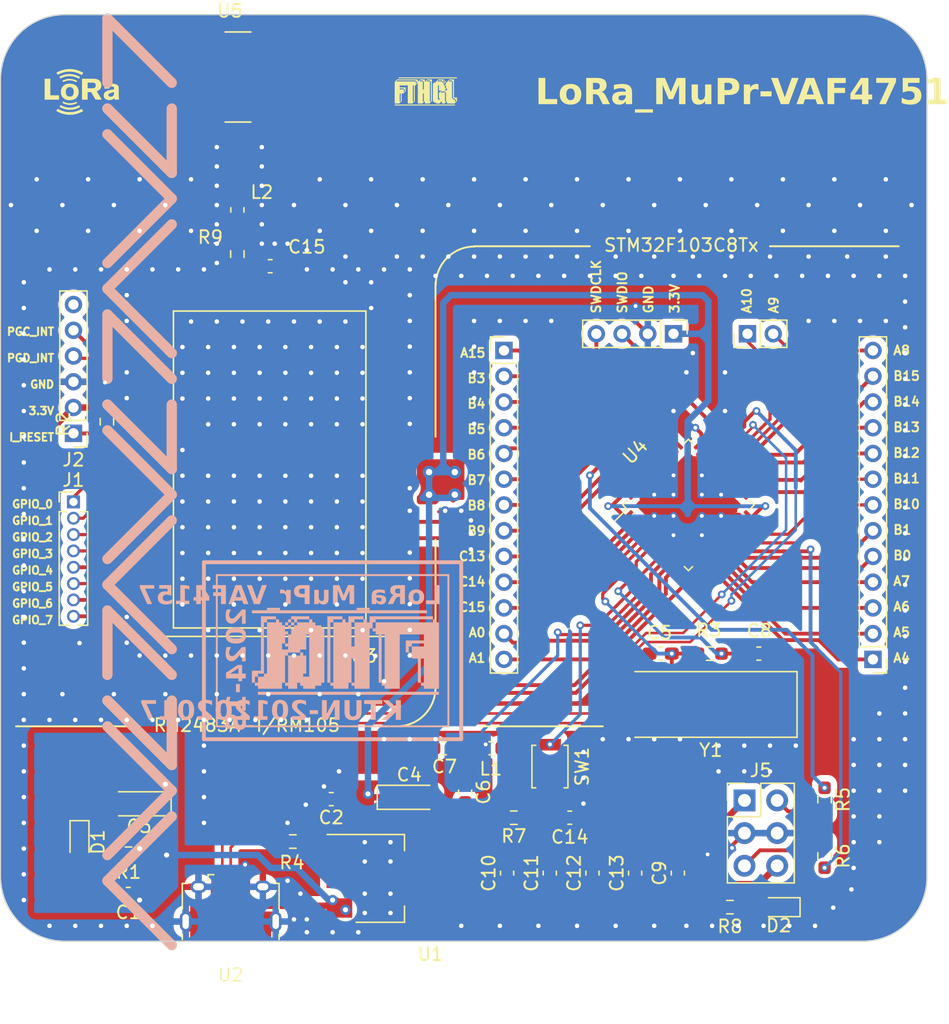
<source format=kicad_pcb>
(kicad_pcb (version 20221018) (generator pcbnew)
  (layers (0 "F.Cu" signal) (31 "B.Cu" signal) (34 "B.Paste" user) (35 "F.Paste" user) (36 "B.SilkS" user "B.Silkscreen") (37 "F.SilkS" user "F.Silkscreen") (38 "B.Mask" user) (39 "F.Mask" user) (44 "Edge.Cuts" user))
  (net 0 "")
  (net 1 "5v")
  (net 2 "GND")
  (net 3 "3.3V")
  (net 4 "HSE_OSC_IN")
  (net 5 "3.3VA")
  (net 6 "HSE_OSC_OUT")
  (net 7 "Net-(C14-Pad1)")
  (net 8 "Net-(D1-A)")
  (net 9 "L_GPIO0")
  (net 10 "L_GPIO1")
  (net 11 "L_GPIO2")
  (net 12 "L_GPIO3")
  (net 13 "L_GPIO4")
  (net 14 "L_GPIO5")
  (net 15 "L_GPIO6")
  (net 16 "L_GPIO7")
  (net 17 "I_RESET")
  (net 18 "PGD_INT")
  (net 19 "PGC_INT")
  (net 21 "Net-(U3-RFH)")
  (net 22 "SWDIO")
  (net 23 "SWDCLK")
  (net 24 "Net-(J5-Pin_2)")
  (net 25 "Net-(J5-Pin_5)")
  (net 26 "PA15")
  (net 27 "PB3")
  (net 28 "PB4")
  (net 29 "PB5")
  (net 30 "PB6")
  (net 31 "PB7")
  (net 32 "PB8")
  (net 33 "PB9")
  (net 34 "P13")
  (net 35 "PC14")
  (net 36 "PC15")
  (net 37 "PA0")
  (net 38 "PA1")
  (net 39 "PA4")
  (net 40 "PA5")
  (net 41 "PA6")
  (net 42 "PA7")
  (net 43 "PB0")
  (net 44 "PB1")
  (net 45 "PB10")
  (net 46 "PB11")
  (net 47 "PB12")
  (net 48 "PB13")
  (net 49 "PB14")
  (net 50 "PB15")
  (net 51 "PA8")
  (net 52 "USB_DP")
  (net 53 "BOOT_0")
  (net 54 "BOOT_1")
  (net 55 "RESET")
  (net 56 "USB_DN")
  (net 61 "USART2_RX")
  (net 62 "USART2_TX")
  (net 77 "USART1_TX")
  (net 78 "USART1_RX")
  (net 79 "Net-(D2-A)")
  (net 80 "Net-(U5-In)")
  (net 81 "Net-(L2-Pad1)")
  (net 82 "Net-(C15-Pad1)")
  (footprint "Resistor_SMD:R_0603_1608Metric_Pad0.98x0.95mm_HandSolder" (layer "F.Cu") (at 133.6 68.8 90)
    (fp_text reference "R9")
    (fp_text value "50R")
  )
  (footprint "Resistor_SMD:R_0603_1608Metric_Pad0.98x0.95mm_HandSolder" (layer "F.Cu") (at 170.315002 99.849999)
    (fp_text reference "R3")
    (fp_text value "1M" hide)
  )
  (footprint "Resistor_SMD:R_0603_1608Metric_Pad0.98x0.95mm_HandSolder" (layer "F.Cu") (at 179.24 111.1875 -90)
    (fp_text reference "R5")
    (fp_text value "1k" hide)
  )
  (footprint "Capacitor_SMD:C_0603_1608Metric_Pad1.08x0.95mm_HandSolder" (layer "F.Cu") (at 157.882501 116.9 90)
    (fp_text reference "C11")
    (fp_text value "100nF" hide)
  )
  (footprint "Capacitor_SMD:C_0603_1608Metric_Pad1.08x0.95mm_HandSolder" (layer "F.Cu") (at 167.835001 116.9 90)
    (fp_text reference "C9")
    (fp_text value "4u7F" hide)
  )
  (footprint "user_footprint:fthgl05025" (layer "F.Cu") (at 148.25 56.25)
    (fp_text reference "G***" hide)
    (fp_text value "LOGO" hide)
  )
  (footprint "Capacitor_SMD:C_0603_1608Metric_Pad1.08x0.95mm_HandSolder" (layer "F.Cu") (at 161.2 116.9 90)
    (fp_text reference "C12")
    (fp_text value "100nF" hide)
  )
  (footprint "Connector_PinHeader_2.54mm:PinHeader_2x03_P2.54mm_Vertical" (layer "F.Cu") (at 173.015 111.255)
    (fp_text reference "J5")
    (fp_text value "Conn_02x03_Counter_Clockwise" hide)
  )
  (footprint "Capacitor_SMD:C_0603_1608Metric_Pad1.08x0.95mm_HandSolder" (layer "F.Cu") (at 136.15 69.75)
    (fp_text reference "C15")
    (fp_text value "9.1pF")
  )
  (footprint "Capacitor_SMD:C_0603_1608Metric_Pad1.08x0.95mm_HandSolder" (layer "F.Cu") (at 140.897499 111.155001 180)
    (fp_text reference "C2")
    (fp_text value "100nF")
  )
  (footprint "Button_Switch_SMD:SW_SPST_B3U-1000P" (layer "F.Cu") (at 157.894227 108.626605 -90)
    (fp_text reference "SW1")
    (fp_text value "SW_Push")
  )
  (footprint "Capacitor_Tantalum_SMD:CP_EIA-3216-18_Kemet-A_Pad1.58x1.35mm_HandSolder" (layer "F.Cu") (at 146.957499 111.015001)
    (fp_text reference "C4")
    (fp_text value "10uF")
  )
  (footprint "Crystal:Crystal_SMD_HC49-SD" (layer "F.Cu") (at 170.4 103.8 180)
    (fp_text reference "Y1")
    (fp_text value "Crystall")
  )
  (footprint "Capacitor_SMD:C_0603_1608Metric_Pad1.08x0.95mm_HandSolder" (layer "F.Cu") (at 125.119999 118.527501 180)
    (fp_text reference "C1")
    (fp_text value "100nF" hide)
  )
  (footprint "Inductor_SMD:L_0603_1608Metric" (layer "F.Cu") (at 153.3125 107.2 180)
    (fp_text reference "L1")
    (fp_text value "27nH" hide)
  )
  (footprint "Capacitor_SMD:C_0603_1608Metric_Pad1.08x0.95mm_HandSolder" (layer "F.Cu") (at 174.130001 99.849999 180)
    (fp_text reference "C8")
    (fp_text value "22pF" hide)
  )
  (footprint "LED_SMD:LED_0603_1608Metric_Pad1.05x0.95mm_HandSolder" (layer "F.Cu") (at 121.329999 114.490001 -90)
    (fp_text reference "D1")
    (fp_text value "LED")
  )
  (footprint "Resistor_SMD:R_0603_1608Metric_Pad0.98x0.95mm_HandSolder" (layer "F.Cu") (at 171.8875 119.55)
    (fp_text reference "R8")
    (fp_text value "1k" hide)
  )
  (footprint "Capacitor_SMD:C_0603_1608Metric_Pad1.08x0.95mm_HandSolder" (layer "F.Cu") (at 166.5 99.85)
    (fp_text reference "C5")
    (fp_text value "22pF" hide)
  )
  (footprint "Connector_PinHeader_2.00mm:PinHeader_1x02_P2.00mm_Vertical" (layer "F.Cu") (at 173.25 75 90)
    (fp_text reference "J8" hide)
    (fp_text value "Conn_01x02" hide)
  )
  (footprint "Connector_PinHeader_2.00mm:PinHeader_1x13_P2.00mm_Vertical" (layer "F.Cu") (at 183 100.299106 180)
    (fp_text reference "J7" hide)
    (fp_text value "Conn_01x13" hide)
  )
  (footprint "user_footprint:MICROCHIP_RN2483" (layer "F.Cu") (at 136.11 85.165 180)
    (fp_text reference "U3")
    (fp_text value "RN2483A-I/RM105" hide)
  )
  (footprint "Capacitor_Tantalum_SMD:CP_EIA-3216-18_Kemet-A_Pad1.58x1.35mm_HandSolder" (layer "F.Cu") (at 125.967499 111.517501 180)
    (fp_text reference "C3")
    (fp_text value "10uF")
  )
  (footprint "user_footprint:LORA_LOGO" (layer "F.Cu") (at 121.5 56)
    (fp_text reference "G***" hide)
    (fp_text value "LOGO" hide)
  )
  (footprint "_F_Library:LINX_CONSMA001-SMD" (layer "F.Cu") (at 133.65 55.05)
    (fp_text reference "U5")
    (fp_text value "~" hide)
  )
  (footprint "Capacitor_SMD:C_0603_1608Metric_Pad1.08x0.95mm_HandSolder" (layer "F.Cu") (at 149.7 107.2 180)
    (fp_text reference "C7")
    (fp_text value "100nF" hide)
  )
  (footprint "Resistor_SMD:R_0603_1608Metric_Pad0.98x0.95mm_HandSolder" (layer "F.Cu") (at 137.9125 114.45)
    (fp_text reference "R4")
    (fp_text value "1k5" hide)
  )
  (footprint "Connector_PinHeader_1.27mm:PinHeader_1x08_P1.27mm_Vertical" (layer "F.Cu") (at 120.859999 88.060002)
    (fp_text reference "J1")
    (fp_text value "Conn_01x08" hide)
  )
  (footprint "Connector_PinHeader_2.00mm:PinHeader_1x13_P2.00mm_Vertical" (layer "F.Cu") (at 154.31923 76.299106)
    (fp_text reference "J6" hide)
    (fp_text value "Conn_01x13" hide)
  )
  (footprint "Capacitor_SMD:C_0603_1608Metric_Pad1.08x0.95mm_HandSolder" (layer "F.Cu") (at 159.436727 112.599105)
    (fp_text reference "C14")
    (fp_text value "100nF" hide)
  )
  (footprint "Package_QFP:LQFP-48_7x7mm_P0.5mm" (layer "F.Cu") (at 168.659615 88.299106 45)
    (fp_text reference "U4")
    (fp_text value "STM32F103C8Tx")
  )
  (footprint "LED_SMD:LED_0603_1608Metric_Pad1.05x0.95mm_HandSolder" (layer "F.Cu") (at 175.675 119.55 180)
    (fp_text reference "D2")
    (fp_text value "LED" hide)
  )
  (footprint "Capacitor_SMD:C_0603_1608Metric_Pad1.08x0.95mm_HandSolder" (layer "F.Cu") (at 151.3 110.6 -90)
    (fp_text reference "C6")
    (fp_text value "1uF" hide)
  )
  (footprint "Resistor_SMD:R_0603_1608Metric_Pad0.98x0.95mm_HandSolder" (layer "F.Cu") (at 179.24 115.575 -90)
    (fp_text reference "R6")
    (fp_text value "1k" hide)
  )
  (footprint "Resistor_SMD:R_0603_1608Metric_Pad0.98x0.95mm_HandSolder" (layer "F.Cu") (at 123.460001 81.829999 -90)
    (fp_text reference "R2")
    (fp_text value "10k" hide)
  )
  (footprint "Capacitor_SMD:C_0603_1608Metric_Pad1.08x0.95mm_HandSolder" (layer "F.Cu") (at 164.517501 116.9 90)
    (fp_text reference "C13")
    (fp_text value "100nF" hide)
  )
  (footprint "Connector_PinHeader_2.00mm:PinHeader_1x04_P2.00mm_Vertical" (layer "F.Cu") (at 167.5 75 -90)
    (fp_text reference "J4" hide)
    (fp_text value "Conn_01x04" hide)
  )
  (footprint "Resistor_SMD:R_0603_1608Metric_Pad0.98x0.95mm_HandSolder" (layer "F.Cu") (at 155.08673 112.599106 180)
    (fp_text reference "R7")
    (fp_text value "1k5" hide)
  )
  (footprint "Package_TO_SOT_SMD:SOT-223-3_TabPin2" (layer "F.Cu") (at 144.679999 117.315001)
    (fp_text reference "U1")
    (fp_text value "AMS1117-3.3")
  )
  (footprint "Resistor_SMD:R_0603_1608Metric_Pad0.98x0.95mm_HandSolder" (layer "F.Cu") (at 125.142499 115.397501 180)
    (fp_text reference "R1")
    (fp_text value "1k" hide)
  )
  (footprint "Inductor_SMD:L_0603_1608Metric_Pad1.05x0.95mm_HandSolder" (layer "F.Cu") (at 133.6 65.375 90)
    (fp_text reference "L2")
    (fp_text value "4.7nH")
  )
  (footprint "Capacitor_SMD:C_0603_1608Metric_Pad1.08x0.95mm_HandSolder" (layer "F.Cu") (at 154.565001 116.9 90)
    (fp_text reference "C10")
    (fp_text value "100nF" hide)
  )
  (footprint "user_footprint:USB_micro-B_amphenol_101181994_horizontal" (layer "F.Cu") (at 133.079999 119.315001)
    (fp_text reference "U2")
    (fp_text value "USB_micro-B_amphenol")
  )
  (footprint "Connector_PinHeader_2.00mm:PinHeader_1x06_P2.00mm_Vertical" (layer "F.Cu") (at 120.860001 82.729999 180)
    (fp_text reference "J2")
    (fp_text value "Conn_01x06" hide)
  )
  (footprint "_F_Library:logo" (layer "B.Cu") (at 126 110 90)
    (fp_text reference "REF**" hide)
    (fp_text value "logo" hide)
  )
  (footprint "_F_Library:logo" (layer "B.Cu") (at 126 87 90)
    (fp_text reference "REF**" hide)
    (fp_text value "logo" hide)
  )
  (footprint "_F_Library:logo" (layer "B.Cu") (at 126 64 90)
    (fp_text reference "REF**" hide)
    (fp_text value "logo" hide)
  )
  (footprint "_F_Library:loramuprVAF4751_tamga" (layer "B.Cu") (at 142 100 180)
    (fp_text reference "REF**" hide)
    (fp_text value "loramuprVAF4751_tamga" hide)
  )
  (gr_line (start 175 68.2) (end 185 68.2) (stroke (width 0.15)) (layer "F.SilkS"))
  (gr_arc (start 149.02132 71.22132) (mid 149.9 69.1) (end 152.02132 68.22132) (stroke (width 0.15)) (layer "F.SilkS"))
  (gr_line (start 152 68.2) (end 161 68.2) (stroke (width 0.15)) (layer "F.SilkS"))
  (gr_line (start 152.5 105.5) (end 162 105.5) (stroke (width 0.15)) (layer "F.SilkS"))
  (gr_arc (start 149 102.5) (mid 148.12132 104.62132) (end 146 105.5) (stroke (width 0.15)) (layer "F.SilkS"))
  (gr_line (start 142.5 105.5) (end 146 105.5) (stroke (width 0.15)) (layer "F.SilkS"))
  (gr_line (start 116.4 105.5) (end 126 105.5) (stroke (width 0.15)) (layer "F.SilkS"))
  (gr_line (start 149 83) (end 149 71) (stroke (width 0.15)) (layer "F.SilkS"))
  (gr_line (start 149 102.5) (end 149 91) (stroke (width 0.15)) (layer "F.SilkS"))
  (gr_line (start 120.2 50.2) (end 182.2 50.2) (stroke (width 0.1)) (layer "Edge.Cuts"))
  (gr_arc (start 115.2 55.2) (mid 116.664466 51.664466) (end 120.2 50.2) (stroke (width 0.1)) (layer "Edge.Cuts"))
  (gr_arc (start 120.2 122.2) (mid 116.664466 120.735534) (end 115.2 117.2) (stroke (width 0.1)) (layer "Edge.Cuts"))
  (gr_line (start 115.2 55.2) (end 115.2 117.2) (stroke (width 0.1)) (layer "Edge.Cuts"))
  (gr_line (start 187.2 55.2) (end 187.2 117.2) (stroke (width 0.1)) (layer "Edge.Cuts"))
  (gr_line (start 120.2 122.2) (end 182.2 122.2) (stroke (width 0.1)) (layer "Edge.Cuts"))
  (gr_arc (start 187.2 117.2) (mid 185.735534 120.735534) (end 182.2 122.2) (stroke (width 0.1)) (layer "Edge.Cuts"))
  (gr_arc (start 182.2 50.2) (mid 185.735534 51.664466) (end 187.2 55.2) (stroke (width 0.1)) (layer "Edge.Cuts"))
  (gr_text "RN2483A-I/RM105\n" (at 127 106) (layer "F.SilkS") (effects (font (size 1 1)) (justify left bottom)))
  (gr_text "C13" (at 150.733333 92.7) (layer "F.SilkS") (effects (font (size 0.7 0.7)) (justify left bottom)))
  (gr_text "A4" (at 184.5 100.6) (layer "F.SilkS") (effects (font (size 0.7 0.7)) (justify left bottom)))
  (gr_text "GND" (at 117.41 79.29) (layer "F.SilkS") (effects (font (size 0.6 0.6)) (justify left bottom)))
  (gr_text "A8" (at 184.5 76.7) (layer "F.SilkS") (effects (font (size 0.7 0.7)) (justify left bottom)))
  (gr_text "B5" (at 151.4 82.825) (layer "F.SilkS") (effects (font (size 0.7 0.7)) (justify left bottom)))
  (gr_text "PGC_INT" (at 115.61 75.19) (layer "F.SilkS") (effects (font (size 0.6 0.6)) (justify left bottom)))
  (gr_text "A7" (at 184.5 94.624994) (layer "F.SilkS") (effects (font (size 0.7 0.7)) (justify left bottom)))
  (gr_text "B8" (at 151.4 88.75) (layer "F.SilkS") (effects (font (size 0.7 0.7)) (justify left bottom)))
  (gr_text "LoRa_MuPr-VAF4751" (at 156.75 57.5) (layer "F.SilkS") (effects (font (size 2 2) (thickness 0.25) bold) (justify left bottom)))
  (gr_text "3.3V" (at 117.295713 81.34) (layer "F.SilkS") (effects (font (size 0.6 0.6)) (justify left bottom)))
  (gr_text "B15" (at 184.5 78.691666) (layer "F.SilkS") (effects (font (size 0.7 0.7)) (justify left bottom)))
  (gr_text "B4" (at 151.4 80.85) (layer "F.SilkS") (effects (font (size 0.7 0.7)) (justify left bottom)))
  (gr_text "SWDCLK" (at 161.9 73.5 90) (layer "F.SilkS") (effects (font (size 0.7 0.7)) (justify left bottom)))
  (gr_text "B7" (at 151.4 86.775) (layer "F.SilkS") (effects (font (size 0.7 0.7)) (justify left bottom)))
  (gr_text "GPIO_3" (at 116.01 92.447142) (layer "F.SilkS") (effects (font (size 0.6 0.6)) (justify left bottom)))
  (gr_text "A10" (at 173.6 73.5 90) (layer "F.SilkS") (effects (font (size 0.7 0.7)) (justify left bottom)))
  (gr_text "B9" (at 151.4 90.725) (layer "F.SilkS") (effects (font (size 0.7 0.7)) (justify left bottom)))
  (gr_text "GPIO_6" (at 116.01 96.304284) (layer "F.SilkS") (effects (font (size 0.6 0.6)) (justify left bottom)))
  (gr_text "A0\n" (at 151.5 98.625) (layer "F.SilkS") (effects (font (size 0.7 0.7)) (justify left bottom)))
  (gr_text "GPIO_1" (at 116.01 89.875714) (layer "F.SilkS") (effects (font (size 0.6 0.6)) (justify left bottom)))
  (gr_text "B6" (at 151.4 84.8) (layer "F.SilkS") (effects (font (size 0.7 0.7)) (justify left bottom)))
  (gr_text "GPIO_2" (at 116.01 91.161428) (layer "F.SilkS") (effects (font (size 0.6 0.6)) (justify left bottom)))
  (gr_text "B13" (at 184.5 82.674998) (layer "F.SilkS") (effects (font (size 0.7 0.7)) (justify left bottom)))
  (gr_text "GPIO_7" (at 116.01 97.59) (layer "F.SilkS") (effects (font (size 0.6 0.6)) (justify left bottom)))
  (gr_text "I_RESET\n" (at 115.781428 83.39) (layer "F.SilkS") (effects (font (size 0.6 0.6)) (justify left bottom)))
  (gr_text "B1" (at 184.5 90.641662) (layer "F.SilkS") (effects (font (size 0.7 0.7)) (justify left bottom)))
  (gr_text "GND" (at 165.966666 73.5 90) (layer "F.SilkS") (effects (font (size 0.7 0.7)) (justify left bottom)))
  (gr_text "B14" (at 184.5 80.683332) (layer "F.SilkS") (effects (font (size 0.7 0.7)) (justify left bottom)))
  (gr_text "C15" (at 150.733333 96.65) (layer "F.SilkS") (effects (font (size 0.7 0.7)) (justify left bottom)))
  (gr_text "GPIO_4" (at 116.01 93.732856) (layer "F.SilkS") (effects (font (size 0.6 0.6)) (justify left bottom)))
  (gr_text "SWDIO" (at 163.933333 73.5 90) (layer "F.SilkS") (effects (font (size 0.7 0.7)) (justify left bottom)))
  (gr_text "A1" (at 151.5 100.6) (layer "F.SilkS") (effects (font (size 0.7 0.7)) (justify left bottom)))
  (gr_text "GPIO_5" (at 116.01 95.01857) (layer "F.SilkS") (effects (font (size 0.6 0.6)) (justify left bottom)))
  (gr_text "B3" (at 151.4 78.875) (layer "F.SilkS") (effects (font (size 0.7 0.7)) (justify left bottom)))
  (gr_text "PGD_INT" (at 115.61 77.24) (layer "F.SilkS") (effects (font (size 0.6 0.6)) (justify left bottom)))
  (gr_text "A9" (at 175.7 73.5 90) (layer "F.SilkS") (effects (font (size 0.7 0.7)) (justify left bottom)))
  (gr_text "C14" (at 150.733333 94.675) (layer "F.SilkS") (effects (font (size 0.7 0.7)) (justify left bottom)))
  (gr_text "B0" (at 184.5 92.633328) (layer "F.SilkS") (effects (font (size 0.7 0.7)) (justify left bottom)))
  (gr_text "STM32F103C8Tx" (at 162 68.7) (layer "F.SilkS") (effects (font (size 1 1)) (justify left bottom)))
  (gr_text "A15" (at 150.833333 76.9) (layer "F.SilkS") (effects (font (size 0.7 0.7)) (justify left bottom)))
  (gr_text "GPIO_0" (at 116.01 88.59) (layer "F.SilkS") (effects (font (size 0.6 0.6)) (justify left bottom)))
  (gr_text "A6" (at 184.5 96.61666) (layer "F.SilkS") (effects (font (size 0.7 0.7)) (justify left bottom)))
  (gr_text "B10" (at 184.5 88.649996) (layer "F.SilkS") (effects (font (size 0.7 0.7)) (justify left bottom)))
  (gr_text "3.3V" (at 168 73.5 90) (layer "F.SilkS") (effects (font (size 0.7 0.7)) (justify left bottom)))
  (gr_text "A5" (at 184.5 98.608326) (layer "F.SilkS") (effects (font (size 0.7 0.7)) (justify left bottom)))
  (gr_text "B11" (at 184.5 86.65833) (layer "F.SilkS") (effects (font (size 0.7 0.7)) (justify left bottom)))
  (gr_text "B12" (at 184.5 84.666664) (layer "F.SilkS") (effects (font (size 0.7 0.7)) (justify left bottom)))
  (segment (start 140.559999 119.440001) (end 132.37 119.440001) (width 0.5) (layer "F.Cu") (net 1))
  (segment (start 131.779999 118.85) (end 131.779999 117.965001) (width 0.5) (layer "F.Cu") (net 1))
  (segment (start 141 119) (end 140.559999 119.440001) (width 0.5) (layer "F.Cu") (net 1))
  (segment (start 141.25 119) (end 142 119.75) (width 0.5) (layer "F.Cu") (net 1))
  (segment (start 131.779999 117.965001) (end 131.779999 119.029999) (width 0.35) (layer "F.Cu") (net 1))
  (segment (start 131.779999 119.029999) (end 132 119.25) (width 0.35) (layer "F.Cu") (net 1))
  (segment (start 141 119) (end 141.25 119) (width 0.5) (layer "F.Cu") (net 1))
  (segment (start 132.37 119.440001) (end 131.779999 118.85) (width 0.5) (layer "F.Cu") (net 1))
  (segment (start 127.404999 110.595001) (end 128 110) (width 0.5) (layer "F.Cu") (net 1))
  (segment (start 127.404999 111.517501) (end 127.404999 110.595001) (width 0.5) (layer "F.Cu") (net 1))
  (via (at 142 119.75) (size 0.8) (drill 0.4) (layers "F.Cu" "B.Cu") (net 1))
  (via (at 128 110) (size 0.8) (drill 0.4) (layers "F.Cu" "B.Cu") (net 1))
  (via (at 128.1 115.5) (size 0.8) (drill 0.4) (layers "F.Cu" "B.Cu") (net 1))
  (via (at 126 115) (size 0.8) (drill 0.4) (layers "F.Cu" "B.Cu") (net 1))
  (via (at 141 119) (size 0.8) (drill 0.4) (layers "F.Cu" "B.Cu") (net 1))
  (via (at 126 119) (size 0.8) (drill 0.4) (layers "F.Cu" "B.Cu") (net 1))
  (segment (start 138.2 116.5) (end 136.3 116.5) (width 0.5) (layer "B.Cu") (net 1))
  (segment (start 135.2 115.5) (end 128.1 115.5) (width 0.5) (layer "B.Cu") (net 1))
  (segment (start 139.4 117.7) (end 138.2 116.5) (width 0.5) (layer "B.Cu") (net 1))
  (segment (start 140.7 119) (end 139.4 117.7) (width 0.5) (layer "B.Cu") (net 1))
  (segment (start 141 119) (end 140.7 119) (width 0.5) (layer "B.Cu") (net 1))
  (segment (start 136.3 116.5) (end 136.2 116.5) (width 0.5) (layer "B.Cu") (net 1))
  (segment (start 136.2 116.5) (end 135.2 115.5) (width 0.5) (layer "B.Cu") (net 1))
  (segment (start 123.249999 78.729999) (end 123.31 78.79) (width 0.3) (layer "F.Cu") (net 2))
  (segment (start 165.960298 87.539702) (end 166 87.5) (width 0.3) (layer "F.Cu") (net 2))
  (segment (start 169.419019 84.357722) (end 169.419019 85.719019) (width 0.3) (layer "F.Cu") (net 2))
  (segment (start 136.11 73.94) (end 136 74.05) (width 1) (layer "F.Cu") (net 2))
  (segment (start 173.193937 89.651448) (end 172.600999 89.05851) (width 0.3) (layer "F.Cu") (net 2))
  (segment (start 127.22 89.61) (end 128.91 89.61) (width 0.3) (layer "F.Cu") (net 2))
  (segment (start 167.835001 116.0375) (end 154.565001 116.0375) (width 0.3) (layer "F.Cu") (net 2))
  (segment (start 167.369381 90.65) (end 166.246613 91.772768) (width 0.3) (layer "F.Cu") (net 2))
  (segment (start 172.600999 89.05851) (end 171.29149 89.05851) (width 0.3) (layer "F.Cu") (net 2))
  (segment (start 171.29149 89.05851) (end 171.2 89.15) (width 0.3) (layer "F.Cu") (net 2))
  (segment (start 160.4 112.498332) (end 160.299227 112.599105) (width 0.3) (layer "F.Cu") (net 2))
  (segment (start 172.05 114.95) (end 172.05 114.76) (width 0.3) (layer "F.Cu") (net 2))
  (segment (start 128.75 79.45) (end 129.33 80.03) (width 0.3) (layer "F.Cu") (net 2))
  (segment (start 127.22 79.45) (end 128.75 79.45) (width 0.3) (layer "F.Cu") (net 2))
  (segment (start 169.419019 85.719019) (end 169.7 86) (width 0.3) (layer "F.Cu") (net 2))
  (segment (start 172.05 114.76) (end 173.015 113.795) (width 0.3) (layer "F.Cu") (net 2))
  (segment (start 170.011957 83.764784) (end 169.419019 84.357722) (width 0.3) (layer "F.Cu") (net 2))
  (segment (start 164.718231 87.539702) (end 165.960298 87.539702) (width 0.3) (layer "F.Cu") (net 2))
  (segment (start 134.2 117.495) (end 133.729999 117.965001) (width 0.3) (layer "F.Cu") (net 2))
  (segment (start 164.55 72.85) (end 164.55 74.05) (width 0.3) (layer "F.Cu") (net 2))
  (segment (start 120.860001 78.729999) (end 123.249999 78.729999) (width 0.3) (layer "F.Cu") (net 2))
  (segment (start 164.125293 86.946764) (end 164.718231 87.539702) (width 0.3) (layer "F.Cu") (net 2))
  (segment (start 168.422501 115.45) (end 167.835001 116.0375) (width 0.3) (layer "F.Cu") (net 2))
  (segment (start 160.4 111.35) (end 160.4 112.498332) (width 0.3) (layer "F.Cu") (net 2))
  (segment (start 170.15 115.45) (end 168.422501 115.45) (width 0.3) (layer "F.Cu") (net 2))
  (segment (start 127.24 89.59) (end 127.22 89.61) (width 0.3) (layer "F.Cu") (net 2))
  (segment (start 164.55 74.05) (end 165.5 75) (width 0.3) (layer "F.Cu") (net 2))
  (segment (start 128.91 89.61) (end 129.33 90.03) (width 0.3) (layer "F.Cu") (net 2))
  (segment (start 136.11 71.83) (end 136.11 73.94) (width 1) (layer "F.Cu") (net 2))
  (segment (start 167.5 90.65) (end 167.369381 90.65) (width 0.3) (layer "F.Cu") (net 2))
  (segment (start 134.2 116.25) (end 134.2 117.495) (width 0.3) (layer "F.Cu") (net 2))
  (via (at 169.7 90.65) (size 0.6) (drill 0.3) (layers "F.Cu" "B.Cu") (net 2))
  (via (at 129 70) (size 0.7) (drill 0.35) (layers "F.Cu" "B.Cu") (net 2))
  (via (at 141.5 109) (size 0.7) (drill 0.35) (layers "F.Cu" "B.Cu") (net 2))
  (via (at 128 65) (size 0.7) (drill 0.35) (layers "F.Cu" "B.Cu") (net 2))
  (via (at 147 96) (size 0.7) (drill 0.35) (layers "F.Cu" "B.Cu") (net 2))
  (via (at 131 113) (size 0.7) (drill 0.35) (layers "F.Cu" "B.Cu") (net 2))
  (via (at 182 65) (size 0.7) (drill 0.35) (layers "F.Cu" "B.Cu") (net 2))
  (via (at 151.75 90.5) (size 0.7) (drill 0.35) (layers "F.Cu" "B.Cu") (net 2))
  (via (at 143.33 78.03) (size 0.7) (drill 0.35) (layers "F.Cu" "B.Cu") (net 2))
  (via (at 167.5 90.65) (size 0.6) (drill 0.3) (layers "F.Cu" "B.Cu") (net 2))
  (via (at 147 80) (size 0.7) (drill 0.35) (layers "F.Cu" "B.Cu") (net 2))
  (via (at 126 67) (size 0.7) (drill 0.35) (layers "F.Cu" "B.Cu") (net 2))
  (via (at 169.7 86) (size 0.6) (drill 0.3) (layers "F.Cu" "B.Cu") (net 2))
  (via (at 155 70.5) (size 0.7) (drill 0.35) (layers "F.Cu" "B.Cu") (net 2))
  (via (at 185.5 106.5) (size 0.7) (drill 0.35) (layers "F.Cu" "B.Cu") (net 2))
  (via (at 184 63) (size 0.7) (drill 0.35) (layers "F.Cu" "B.Cu") (net 2))
  (via (at 131 107) (size 0.7) (drill 0.35) (layers "F.Cu" "B.Cu") (net 2))
  (via (at 137.5 68) (size 0.7) (drill 0.35) (layers "F.Cu" "B.Cu") (net 2))
  (via (at 129.33 80.03) (size 0.7) (drill 0.35) (layers "F.Cu" "B.Cu") (net 2))
  (via (at 117 111) (size 0.7) (drill 0.35) (layers "F.Cu" "B.Cu") (net 2))
  (via (at 135.33 82.03) (size 0.7) (drill 0.35) (layers "F.Cu" "B.Cu") (net 2))
  (via (at 129.33 76.03) (size 0.7) (drill 0.35) (layers "F.Cu" "B.Cu") (net 2))
  (via (at 146 65) (size 0.7) (drill 0.35) (layers "F.Cu" "B.Cu") (net 2))
  (via (at 147 100) (size 0.7) (drill 0.35) (layers "F.Cu" "B.Cu") (net 2))
  (via (at 175 69) (size 0.7) (drill 0.35) (layers "F.Cu" "B.Cu") (net 2))
  (via (at 177.5 70.5) (size 0.7) (drill 0.35) (layers "F.Cu" "B.Cu") (net 2))
  (via (at 181.5 108.500001) (size 0.7) (drill 0.35) (layers "F.Cu" "B.Cu") (net 2))
  (via (at 147 78) (size 0.7) (drill 0.35) (layers "F.Cu" "B.Cu") (net 2))
  (via (at 137.33 88.03) (size 0.7) (drill 0.35) (layers "F.Cu" "B.Cu") (net 2))
  (via (at 139.33 86.03) (size 0.7) (drill 0.35) (layers "F.Cu" "B.Cu") (net 2))
  (via (at 139.33 88.03) (size 0.7) (drill 0.35) (layers "F.Cu" "B.Cu") (net 2))
  (via (at 116 65) (size 0.7) (drill 0.35) (layers "F.Cu" "B.Cu") (net 2))
  (via (at 129.33 92.03) (size 0.7) (drill 0.35) (layers "F.Cu" "B.Cu") (net 2))
  (via (at 117 103) (size 0.7) (drill 0.35) (layers "F.Cu" "B.Cu") (net 2))
  (via (at 178 65) (size 0.7) (drill 0.35) (layers "F.Cu" "B.Cu") (net 2))
  (via (at 135.5 66.5) (size 0.7) (drill 0.35) (layers "F.Cu" "B.Cu") (net 2))
  (via (at 128 103) (size 0.7) (drill 0.35) (layers "F.Cu" "B.Cu") (net 2))
  (via (at 168 67) (size 0.7) (drill 0.35) (layers "F.Cu" "B.Cu") (net 2))
  (via (at 119 121) (size 0.7) (drill 0.35) (layers "F.Cu" "B.Cu") (net 2))
  (via (at 139.33 98.03) (size 0.7) (drill 0.35) (layers "F.Cu" "B.Cu") (net 2))
  (via (at 129.33 86.03) (size 0.7) (drill 0.35) (layers "F.Cu" "B.Cu") (net 2))
  (via (at 183.5 70.5) (size 0.7) (drill 0.35) (layers "F.Cu" "B.Cu") (net 2))
  (via (at 118 67) (size 0.7) (drill 0.35) (layers "F.Cu" "B.Cu") (net 2))
  (via (at 177 107) (size 0.7) (drill 0.35) (layers "F.Cu" "B.Cu") (net 2))
  (via (at 119.000001 105) (size 0.7) (drill 0.35) (layers "F.Cu" "B.Cu") (net 2))
  (via (at 132 60.5) (size 0.7) (drill 0.35) (layers "F.Cu" "B.Cu") (net 2))
  (via (at 185.5 84.500001) (size 0.7) (drill 0.35) (layers "F.Cu" "B.Cu") (net 2))
  (via (at 160 63) (size 0.7) (drill 0.35) (layers "F.Cu" "B.Cu") (net 2))
  (via (at 136 74.05) (size 0.7) (drill 0.35) (layers "F.Cu" "B.Cu") (net 2))
  (via (at 159 70.5) (size 0.7) (drill 0.35) (layers "F.Cu" "B.Cu") (net 2))
  (via (at 152 67) (size 0.7) (drill 0.35) (layers "F.Cu" "B.Cu") (net 2))
  (via (at 170 65) (size 0.7) (drill 0.35) (layers "F.Cu" "B.Cu") (net 2))
  (via (at 117 108.999999) (size 0.7) (drill 0.35) (layers "F.Cu" "B.Cu") (net 2))
  (via (at 121.33 99.03) (size 0.7) (drill 0.35) (layers "F.Cu" "B.Cu") (net 2))
  (via (at 185.5 86.5) (size 0.7) (drill 0.35) (layers "F.Cu" "B.Cu") (net 2))
  (via (at 185.5 100.5) (size 0.7) (drill 0.35) (layers "F.Cu" "B.Cu") (net 2))
  (via (at 117 95) (size 0.7) (drill 0.35) (layers "F.Cu" "B.Cu") (net 2))
  (via (at 117 97) (size 0.7) (drill 0.35) (layers "F.Cu" "B.Cu") (net 2))
  (via (at 133 105) (size 0.7) (drill 0.35) (layers "F.Cu" "B.Cu") (net 2))
  (via (at 160 121) (size 0.7) (drill 0.35) (layers "F.Cu" "B.Cu") (net 2))
  (via (at 117 101) (size 0.7) (drill 0.35) (layers "F.Cu" "B.Cu") (net 2))
  (via (at 135.33 86.03) (size 0.7) (drill 0.35) (layers "F.Cu" "B.Cu") (net 2))
  (via (at 157 121) (size 0.7) (drill 0.35) (layers "F.Cu" "B.Cu") (net 2))
  (via (at 131.33 94.03) (size 0.7) (drill 0.35) (layers "F.Cu" "B.Cu") (net 2))
  (via (at 174 65) (size 0.7) (drill 0.35) (layers "F.Cu" "B.Cu") (net 2))
  (via (at 136 100) (size 0.7) (drill 0.35) (layers "F.Cu" "B.Cu") (net 2))
  (via (at 152 69) (size 0.7) (drill 0.35) (layers "F.Cu" "B.Cu") (net 2))
  (via (at 141.33 76.03) (size 0.7) (drill 0.35) (layers "F.Cu" "B.Cu") (net 2))
  (via (at 149.75 88.75) (size 0.7) (drill 0.35) (layers "F.Cu" "B.Cu") (net 2))
  (via (at 117 107) (size 0.7) (drill 0.35) (layers "F.Cu" "B.Cu") (net 2))
  (via (at 141.33 78.03) (size 0.7) (drill 0.35) (layers "F.Cu" "B.Cu") (net 2))
  (via (at 125.000001 105) (size 0.7) (drill 0.35) (layers "F.Cu" "B.Cu") (net 2))
  (via (at 176 67) (size 0.7) (drill 0.35) (layers "F.Cu" "B.Cu") (net 2))
  (via (at 147 74) (size 0.7) (drill 0.35) (layers "F.Cu" "B.Cu") (net 2))
  (via (at 163 69) (size 0.7) (drill 0.35) (layers "F.Cu" "B.Cu") (net 2))
  (via (at 130 74.05) (size 0.7) (drill 0.35) (layers "F.Cu" "B.Cu") (net 2))
  (via (at 151 70.5) (size 0.7) (drill 0.35) (layers "F.Cu" "B.Cu") (net 2))
  (via (at 153 70.5) (size 0.7) (drill 0.35) (layers "F.Cu" "B.Cu") (net 2))
  (via (at 183.5 112.500001) (size 0.7) (drill 0.35) (layers "F.Cu" "B.Cu") (net 2))
  (via (at 141.33 92.03) (size 0.7) (drill 0.35) (layers "F.Cu" "B.Cu") (net 2))
  (via (at 157 70.5) (size 0.7) (drill 0.35) (layers "F.Cu" "B.Cu") (net 2))
  (via (at 181.5 110.5) (size 0.7) (drill 0.35) (layers "F.Cu" "B.Cu") (net 2))
  (via (at 149 70.5) (size 0.7) (drill 0.35) (layers "F.Cu" "B.Cu") (net 2))
  (via (at 139.33 90.03) (size 0.7) (drill 0.35) (layers "F.Cu" "B.Cu") (net 2))
  (via (at 162 65) (size 0.7) (drill 0.35) (layers "F.Cu" "B.Cu") (net 2))
  (via (at 152 63) (size 0.7) (drill 0.35) (layers "F.Cu" "B.Cu") (net 2))
  (via (at 181.5 114.500001) (size 0.7) (drill 0.35) (layers "F.Cu" "B.Cu") (net 2))
  (via (at 154 121) (size 0.7) (drill 0.35) (layers "F.Cu" "B.Cu") (net 2))
  (via (at 171.2 87.5) (size 0.6) (drill 0.3) (layers "F.Cu" "B.Cu") (net 2))
  (via (at 133.33 94.03) (size 0.7) (drill 0.35) (layers "F.Cu" "B.Cu") (net 2))
  (via (at 158 74) (size 0.7) (drill 0.35) (layers "F.Cu" "B.Cu") (net 2))
  (via (at 143.33 94.03) (size 0.7) (drill 0.35) (layers "F.Cu" "B.Cu") (net 2))
  (via (at 125 121) (size 0.7) (drill 0.35) (layers "F.Cu" "B.Cu") (net 2))
  (via (at 152 78) (size 0.7) (drill 0.35) (layers "F.Cu" "B.Cu") (net 2))
  (via (at 172 67) (size 0.7) (drill 0.35) (layers "F.Cu" "B.Cu") (net 2))
  (via (at 125 72) (size 0.7) (drill 0.35) (layers "F.Cu" "B.Cu") (net 2))
  (via (at 129 105) (size 0.7) (drill 0.35) (layers "F.Cu" "B.Cu") (net 2))
  (via (at 138.5 118.5) (size 0.7) (drill 0.35) (layers "F.Cu" "B.Cu") (net 2))
  (via (at 139.33 78.03) (size 0.7) (drill 0.35) (layers "F.Cu" "B.Cu") (net 2))
  (via (at 132 68) (size 0.7) (drill 0.35) (layers "F.Cu" "B.Cu") (net 2))
  (via (at 141.33 80.03) (size 0.7) (drill 0.35) (layers "F.Cu" "B.Cu") (net 2))
  (via (at 137.000001 105) (size 0.7) (drill 0.35) (layers "F.Cu" "B.Cu") (net 2))
  (via (at 143.5 114.5) (size 0.7) (drill 0.35) (layers "F.Cu" "B.Cu") (net 2))
  (via (at 167.5 87.5) (size 0.6) (drill 0.3) (layers "F.Cu" "B.Cu") (net 2))
  (via (at 137.33 76.03) (size 0.7) (drill 0.35) (layers "F.Cu" "B.Cu") (net 2))
  (via (at 164.000001 106.5) (size 0.7) (drill 0.35) (layers "F.Cu" "B.Cu") (net 2))
  (via (at 137.33 90.03) (size 0.7) (drill 0.35) (layers "F.Cu" "B.Cu") (net 2))
  (via (at 117 105) (size 0.7) (drill 0.35) (layers "F.Cu" "B.Cu") (net 2))
  (via (at 160.5 111.5) (size 0.7) (drill 0.35) (layers "F.Cu" "B.Cu") (net 2))
  (via (at 176.5 121) (size 0.7) (drill 0.35) (layers "F.Cu" "B.Cu") (net 2))
  (via (at 130 63) (size 0.7) (drill 0.35) (layers "F.Cu" "B.Cu") (net 2))
  (via (at 180 63) (size 0.7) (drill 0.35) (layers "F.Cu" "B.Cu") (net 2))
  (via (at 135.33 88.03) (size 0.7) (drill 0.35) (layers "F.Cu" "B.Cu") (net 2))
  (via (at 141.33 94.03) (size 0.7) (drill 0.35) (layers "F.Cu" "B.Cu") (net 2))
  (via (at 135.33 78.03) (size 0.7) (drill 0.35) (layers "F.Cu" "B.Cu") (net 2))
  (via (at 147 92) (size 0.7) (drill 0.35) (layers "F.Cu" "B.Cu") (net 2))
  (via (at 164.55 72.85) (size 0.6) (drill 0.3) (layers "F.Cu" "B.Cu") (net 2))
  (via (at 135.5 68) (size 0.7) (drill 0.35) (layers "F.Cu" "B.Cu") (net 2))
  (via (at 138 100) (size 0.7) (drill 0.35) (layers "F.Cu" "B.Cu") (net 2))
  (via (at 129.33 88.03) (size 0.7) (drill 0.35) (layers "F.Cu" "B.Cu") (net 2))
  (via (at 156 69) (size 0.7) (drill 0.35) (layers "F.Cu" "B.Cu") (net 2))
  (via (at 129.33 84.03) (size 0.7) (drill 0.35) (layers "F.Cu" "B.Cu") (net 2))
  (via (at 181.5 112.5) (size 0.7) (drill 0.35) (layers "F.Cu" "B.Cu") (net 2))
  (via (at 129.33 78.03) (size 0.7) (drill 0.35) (layers "F.Cu" "B.Cu") (net 2))
  (via (at 179.914214 119.585786) (size 0.7) (drill 0.35) (layers "F.Cu" "B.Cu") (net 2))
  (via (at 131.33 86.03) (size 0.7) (drill 0.35) (layers "F.Cu" "B.Cu") (net 2))
  (via (at 131.33 82.03) (size 0.7) (drill 0.35) (layers "F.Cu" "B.Cu") (net 2))
  (via (at 152 80) (size 0.7) (drill 0.35) (layers "F.Cu" "B.Cu") (net 2))
  (via (at 185.5 92.5) (size 0.7) (drill 0.35) (layers "F.Cu" "B.Cu") (net 2))
  (via (at 176 63) (size 0.7) (drill 0.35) (layers "F.Cu" "B.Cu") (net 2))
  (via (at 117 93.000001) (size 0.7) (drill 0.35) (layers "F.Cu" "B.Cu") (net 2))
  (via (at 117 99.000001) (size 0.7) (drill 0.35) (layers "F.Cu" "B.Cu") (net 2))
  (via (at 119 70) (size 0.7) (drill 0.35) (layers "F.Cu" "B.Cu") (net 2))
  (via (at 143.33 90.03) (size 0.7) (drill 0.35) (layers "F.Cu" "B.Cu") (net 2))
  (via (at 132 66.5) (size 0.7) (drill 0.35) (layers "F.Cu" "B.Cu") (net 2))
  (via (at 168 106.5) (size 0.7) (drill 0.35) (layers "F.Cu" "B.Cu") (net 2))
  (via (at 139 105) (size 0.7) (drill 0.35) (layers "F.Cu" "B.Cu") (net 2))
  (via (at 122 63) (size 0.7) (drill 0.35) (layers "F.Cu" "B.Cu") (net 2))
  (via (at 139 68.5) (size 0.7) (drill 0.35) (layers "F.Cu" "B.Cu") (net 2))
  (via (at 185.5 80.5) (size 0.7) (drill 0.35) (layers "F.Cu" "B.Cu") (net 2))
  (via (at 147 82) (size 0.7) (drill 0.35) (layers "F.Cu" "B.Cu") (net 2))
  (via (at 147 72) (size 0.7) (drill 0.35) (layers "F.Cu" "B.Cu") (net 2))
  (via (at 143.33 98.03) (size 0.7) (drill 0.35) (layers "F.Cu" "B.Cu") (net 2))
  (via (at 128 100) (size 0.7) (drill 0.35) (layers "F.Cu" "B.Cu") (net 2))
  (via (at 164 67) (size 0.7) (drill 0.35) (layers "F.Cu" "B.Cu") (net 2))
  (via (at 168 63) (size 0.7) (drill 0.35) (layers "F.Cu" "B.Cu") (net 2))
  (via (at 181.5 106.5) (size 0.7) (drill 0.35) (layers "F.Cu" "B.Cu") (net 2))
  (via (at 141.33 90.03) (size 0.7) (drill 0.35) (layers "F.Cu" "B.Cu") (net 2))
  (via (at 145.500001 120) (size 0.7) (drill 0.35) (layers "F.Cu" "B.Cu") (net 2))
  (via (at 121.000001 121) (size 0.7) (drill 0.35) (layers "F.Cu" "B.Cu") (net 2))
  (via (at 183.5 104.5) (size 0.7) (drill 0.35) (layers "F.Cu" "B.Cu") (net 2))
  (via (at 117 73) (size 0.7) (drill 0.35) (layers "F.Cu" "B.Cu") (net 2))
  (via (at 123 121) (size 0.7) (drill 0.35) (layers "F.Cu" "B.Cu") (net 2))
  (via (at 131.33 80.03) (size 0.7) (drill 0.35) (layers "F.Cu" "B.Cu") (net 2))
  (via (at 133.33 96.03) (size 0.7) (drill 0.35) (layers "F.Cu" "B.Cu") (net 2))
  (via (at 145.500001 114.5) (size 0.7) (drill 0.35) (layers "F.Cu" "B.Cu") (net 2))
  (via (at 152 76) (size 0.7) (drill 0.35) (layers "F.Cu" "B.Cu") (net 2))
  (via (at 142 100) (size 0.7) (drill 0.35) (layers "F.Cu" "B.Cu") (net 2))
  (via (at 141.33 88.03) (size 0.7) (drill 0.35) (layers "F.Cu" "B.Cu") (net 2))
  (via (at 141.33 96.03) (size 0.7) (drill 0.35) (layers "F.Cu" "B.Cu") (net 2))
  (via (at 172.5 121) (size 0.7) (drill 0.35) (layers "F.Cu" "B.Cu") (net 2))
  (via (at 127 70) (size 0.7) (drill 0.35) (layers "F.Cu" "B.Cu") (net 2))
  (via (at 166 87.5) (size 0.6) (drill 0.3) (layers "F.Cu" "B.Cu") (net 2))
  (via (at 139 121.5) (size 0.7) (drill 0.35) (layers "F.Cu" "B.Cu") (net 2))
  (via (at 117 71) (size 0.7) (drill 0.35) (layers "F.Cu" "B.Cu") (net 2))
  (via (at 144 67) (size 0.7) (drill 0.35) (layers "F.Cu" "B.Cu") (net 2))
  (via (at 134 100) (size 0.7) (drill 0.35) (layers "F.Cu" "B.Cu") (net 2))
  (via (at 117 91) (size 0.7) (drill 0.35) (layers "F.Cu" "B.Cu") (net 2))
  (via (at 175.5 70.5) (size 0.7) (drill 0.35) (layers "F.Cu" "B.Cu") (net 2))
  (via (at 120 103) (size 0.7) (drill 0.35) (layers "F.Cu" "B.Cu") (net 2))
  (via (at 129.33 96.03) (size 0.7) (drill 0.35) (layers "F.Cu" "B.Cu") (net 2))
  (via (at 133.33 82.03) (size 0.7) (drill 0.35) (layers "F.Cu" "B.Cu") (net 2))
  (via (at 164 63) (size 0.7) (drill 0.35) (layers "F.Cu" "B.Cu") (net 2))
  (via (at 150 69) (size 0.7) (drill 0.35) (layers "F.Cu" "B.Cu") (net 2))
  (via (at 147 94) (size 0.7) (drill 0.35) (layers "F.Cu" "B.Cu") (net 2))
  (via (at 136.5 68) (size 0.7) (drill 0.35) (layers "F.Cu" "B.Cu") (net 2))
  (via (at 180 67) (size 0.7) (drill 0.35) (layers "F.Cu" "B.Cu") (net 2))
  (via (at 145 70) (size 0.7) (drill 0.35) (layers "F.Cu" "B.Cu") (net 2))
  (via (at 140.328427 110.171573) (size 0.7) (drill 0.35) (layers "F.Cu" "B.Cu") (net 2))
  (via (at 126 63) (size 0.7) (drill 0.35) (layers "F.Cu" "B.Cu") (net 2))
  (via (at 117 83) (size 0.7) (drill 0.35) (layers "F.Cu" "B.Cu") (net 2))
  (via (at 151.75 89.5) (size 0.7) (drill 0.35) (layers "F.Cu" "B.Cu") (net 2))
  (via (at 169.5 70.5) (size 0.7) (drill 0.35) (layers "F.Cu" "B.Cu") (net 2))
  (via (at 145 106.5) (size 0.7) (drill 0.35) (layers "F.Cu" "B.Cu") (net 2))
  (via (at 135.33 90.03) (size 0.7) (drill 0.35) (layers "F.Cu" "B.Cu") (net 2))
  (via (at 131 70) (size 0.7) (drill 0.35) (layers "F.Cu" "B.Cu") (net 2))
  (via (at 134.2 116.25) (size 0.6) (drill 0.3) (layers "F.Cu" "B.Cu") (net 2))
  (via (at 117 75.000001) (size 0.7) (drill 0.35) (layers "F.Cu" "B.Cu") (net 2))
  (via (at 167.5 89.15) (size 0.6) (drill 0.3) (layers "F.Cu" "B.Cu") (net 2))
  (via (at 148 67) (size 0.7) (drill 0.35) (layers "F.Cu" "B.Cu") (net 2))
  (via (at 123 105) (size 0.7) (drill 0.35) (layers "F.Cu" "B.Cu") (net 2))
  (via (at 125 97) (size 0.7) (drill 0.35) (layers "F.Cu" "B.Cu") (net 2))
  (via (at 143 103) (size 0.7) (drill 0.35) (layers "F.Cu" "B.Cu") (net 2))
  (via (at 132 65) (size 0.7) (drill 0.35) (layers "F.Cu" "B.Cu") (net 2))
  (via (at 117 113) (size 0.7) (drill 0.35) (layers "F.Cu" "B.Cu") (net 2))
  (via (at 117 85) (size 0.7) (drill 0.35) (layers "F.Cu" "B.Cu") (net 2))
  (via (at 137.33 78.03) (size 0.7) (drill 0.35) (layers "F.Cu" "B.Cu") (net 2))
  (via (at 120 65) (size 0.7) (drill 0.35) (layers "F.Cu" "B.Cu") (net 2))
  (via (at 143.33 92.03) (size 0.7) (drill 0.35) (layers "F.Cu" "B.Cu") (net 2))
  (via (at 148 63) (size 0.7) (drill 0.35) (layers "F.Cu" "B.Cu") (net 2))
  (via (at 129.33 94.03) (size 0.7) (drill 0.35) (layers "F.Cu" "B.Cu") (net 2))
  (via (at 131 111) (size 0.7) (drill 0.35) (layers "F.Cu" "B.Cu") (net 2))
  (via (at 127.000001 121) (size 0.7) (drill 0.35) (layers "F.Cu" "B.Cu") (net 2))
  (via (at 143.33 76.03) (size 0.7) (drill 0.35) (layers "F.Cu" "B.Cu") (net 2))
  (via (at 162 106.5) (size 0.7) (drill 0.35) (layers "F.Cu" "B.Cu") (net 2))
  (via (at 185.5 94.5) (size 0.7) (drill 0.35) (layers "F.Cu" "B.Cu") (net 2))
  (via (at 184 69) (size 0.7) (drill 0.35) (layers "F.Cu" "B.Cu") (net 2))
  (via (at 140 63) (size 0.7) (drill 0.35) (layers "F.Cu" "B.Cu") (net 2))
  (via (at 117 117) (size 0.7) (drill 0.35) (layers "F.Cu" "B.Cu") (net 2))
  (via (at 158 69) (size 0.7) (drill 0.35) (layers "F.Cu" "B.Cu") (net 2))
  (via (at 133.33 88.03) (size 0.7) (drill 0.35) (layers "F.Cu" "B.Cu") (net 2))
  (via (at 171 107) (size 0.7) (drill 0.35) (layers "F.Cu" "B.Cu") (net 2))
  (via (at 185.5 82.5) (size 0.7) (drill 0.35) (layers "F.Cu" "B.Cu") (net 2))
  (via (at 143.33 82.03) (size 0.7) (drill 0.35) (layers "F.Cu" "B.Cu") (net 2))
  (via (at 154 65) (size 0.7) (drill 0.35) (layers "F.Cu" "B.Cu") (net 2))
  (via (at 139.33 94.03) (size 0.7) (drill 0.35) (layers "F.Cu" "B.Cu") (net 2))
  (via (at 167.5 86) (size 0.6) (drill 0.3) (layers "F.Cu" "B.Cu") (net 2))
  (via (at 143 70) (size 0.7) (drill 0.35) (layers "F.Cu" "B.Cu") (net 2))
  (via (at 139.33 82.03) (size 0.7) (drill 0.35) (layers "F.Cu" "B.Cu") (net 2))
  (via (at 142 65) (size 0.7) (drill 0.35) (layers "F.Cu" "B.Cu") (net 2))
  (via (at 154 74) (size 0.7) (drill 0.35) (layers "F.Cu" "B.Cu") (net 2))
  (via (at 166 121) (size 0.7) (drill 0.35) (layers "F.Cu" "B.Cu") (net 2))
  (via (at 121 105) (size 0.7) (drill 0.35) (layers "F.Cu" "B.Cu") (net 2))
  (via (at 167.5 81) (size 0.7) (drill 0.35) (layers "F.Cu" "B.Cu") (net 2))
  (via (at 135.5 63.5) (size 0.7) (drill 0.35) (layers "F.Cu" "B.Cu") (net 2))
  (via (at 184 67) (size 0.7) (drill 0.35) (layers "F.Cu" "B.Cu") (net 2))
  (via (at 154 69) (size 0.7) (drill 0.35) (layers "F.Cu" "B.Cu") (net 2))
  (via (at 170.500001 121) (size 0.7) (drill 0.35) (layers "F.Cu" "B.Cu") (net 2))
  (via (at 138 120.5) (size 0.7) (drill 0.35) (layers "F.Cu" "B.Cu") (net 2))
  (via (at 140 74.05) (size 0.7) (drill 0.35) (layers "F.Cu" "B.Cu") (net 2))
  (via (at 144.33 100.03) (size 0.7) (drill 0.35) (layers "F.Cu" "B.Cu") (net 2))
  (via (at 136 103) (size 0.7) (drill 0.35) (layers "F.Cu" "B.Cu") (net 2))
  (via (at 123.31 78.79) (size 0.6) (drill 0.3) (layers "F.Cu" "B.Cu") (net 2))
  (via (at 147 76) (size 0.7) (drill 0.35) (layers "F.Cu" "B.Cu") (net 2))
  (via (at 183.5 114.5) (size 0.7) (drill 0.35) (layers "F.Cu" "B.Cu") (net 2))
  (via (at 182.000001 74) (size 0.7) (drill 0.35) (layers "F.Cu" "B.Cu") (net 2))
  (via (at 138 65) (size 0.7) (drill 0.35) (layers "F.Cu" "B.Cu") (net 2))
  (via (at 135.5 60.5) (size 0.7) (drill 0.35) (layers "F.Cu" "B.Cu") (net 2))
  (via (at 117 119) (size 0.7) (drill 0.35) (layers "F.Cu" "B.Cu") (net 2))
  (via (at 179.5 70.5) (size 0.7) (drill 0.35) (layers "F.Cu" "B.Cu") (net 2))
  (via (at 139.33 80.03) (size 0.7) (drill 0.35) (layers "F.Cu" "B.Cu") (net 2))
  (via (at 160 67) (size 0.7) (drill 0.35) (layers "F.Cu" "B.Cu") (net 2))
  (via (at 139.33 76.03) (size 0.7) (drill 0.35) (layers "F.Cu" "B.Cu") (net 2))
  (via (at 135.33 94.03) (size 0.7) (drill 0.35) (layers "F.Cu" "B.Cu") (net 2))
  (via (at 142 74.05) (size 0.7) (drill 0.35) (layers "F.Cu" "B.Cu") (net 2))
  (via (at 145.500001 118.5) (size 0.7) (drill 0.35) (layers "F.Cu" "B.Cu") (net 2))
  (via (at 185.5 108.500001) (size 0.7) (drill 0.35) (layers "F.Cu" "B.Cu") (net 2))
  (via (at 117 115.000001) (size 0.7) (drill 0.35) (layers "F.Cu" "B.Cu") (net 2))
  (via (at 131.33 92.03) (size 0.7) (drill 0.35) (layers "F.Cu" "B.Cu") (net 2))
  (via (at 181 69) (size 0.7) (drill 0.35) (layers "F.Cu" "B.Cu") (net 2))
  (via (at 171.5 70.5) (size 0.7) (drill 0.35) (layers "F.Cu" "B.Cu") (net 2))
  (via (at 151.75 91.75) (size 0.7) (drill 0.35) (layers "F.Cu" "B.Cu") (net 2))
  (via (at 126 100) (size 0.7) (drill 0.35) (layers "F.Cu" "B.Cu") (net 2))
  (via (at 135.5 62) (size 0.7) (drill 0.35) (layers "F.Cu" "B.Cu") (net 2))
  (via (at 133.33 80.03) (size 0.7) (drill 0.35) (layers "F.Cu" "B.Cu") (net 2))
  (via (at 148 69) (size 0.7) (drill 0.35) (layers "F.Cu" "B.Cu") (net 2))
  (via (at 137.33 82.03) (size 0.7) (drill 0.35) (layers "F.Cu" "B.Cu") (net 2))
  (via (at 185.5 104.5) (size 0.7) (drill 0.35) (layers "F.Cu" "B.Cu") (net 2))
  (via (at 152 82) (size 0.7) (drill 0.35) (layers "F.Cu" "B.Cu") (net 2))
  (via (at 133.33 86.03) (size 0.7) (drill 0.35) (layers "F.Cu" "B.Cu") (net 2))
  (via (at 140 100) (size 0.7) (drill 0.35) (layers "F.Cu" "B.Cu") (net 2))
  (via (at 144 71) (size 0.7) (drill 0.35) (layers "F.Cu" "B.Cu") (net 2))
  (via (at 143.5 116) (size 0.7) (drill 0.35) (layers "F.Cu" "B.Cu") (net 2))
  (via (at 141.33 86.03) (size 0.7) (drill 0.35) (layers "F.Cu" "B.Cu") (net 2))
  (via (at 134 74.05) (size 0.7) (drill 0.35) (layers "F.Cu" "B.Cu") (net 2))
  (via (at 180 74) (size 0.7) (drill 0.35) (layers "F.Cu" "B.Cu") (net 2))
  (via (at 132 74.05) (size 0.7) (drill 0.35) (layers "F.Cu" "B.Cu") (net 2))
  (via (at 163 70.5) (size 0.7) (drill 0.35) (layers "F.Cu" "B.Cu") (net 2))
  (via (at 137.5 117.5) (size 0.7) (drill 0.35) (layers "F.Cu" "B.Cu") (net 2))
  (via (at 185.5 96.500001) (size 0.7) (drill 0.35) (layers "F.Cu" "B.Cu") (net 2))
  (via (at 139 70) (size 0.7) (drill 0.35) (layers "F.Cu" "B.Cu") (net 2))
  (via (at 170.15 115.45) (size 0.6) (drill 0.3) (layers "F.Cu" "B.Cu") (net 2))
  (via (at 133.33 92.03) (size 0.7) (drill 0.35) (layers "F.Cu" "B.Cu") (net 2))
  (via (at 117 79) (size 0.7) (drill 0.35) (layers "F.Cu" "B.Cu") (net 2))
  (via (at 151 121) (size 0.7) (drill 0.35) (layers "F.Cu" "B.Cu") (net 2))
  (via (at 173 107) (size 0.7) (drill 0.35) (layers "F.Cu" "B.Cu") (net 2))
  (via (at 169.7 87.5) (size 0.6) (drill 0.3) (layers "F.Cu" "B.Cu") (net 2))
  (via (at 135 105) (size 0.7) (drill 0.35) (layers "F.Cu" "B.Cu") (net 2))
  (via (at 143.33 86.03) (size 0.7) (drill 0.35) (layers "F.Cu" "B.Cu") (net 2))
  (via (at 140 67) (size 0.7) (drill 0.35) (layers "F.Cu" "B.Cu") (net 2))
  (via (at 139 120.5) (size 0.7) (drill 0.35) (layers "F.Cu" "B.Cu") (net 2))
  (via (at 185.5 88.5) (size 0.7) (drill 0.35) (layers "F.Cu" "B.Cu") (net 2))
  (via (at 149 106.5) (size 0.7) (drill 0.35) (layers "F.Cu" "B.Cu") (net 2))
  (via (at 131.000001 105) (size 0.7) (drill 0.35) (layers "F.Cu" "B.Cu") (net 2))
  (via (at 137.33 80.03) (size 0.7) (drill 0.35) (layers "F.Cu" "B.Cu") (net 2))
  (via (at 131.33 88.03) (size 0.7) (drill 0.35) (layers "F.Cu" "B.Cu") (net 2))
  (via (at 137.33 94.03) (size 0.7) (drill 0.35) (layers "F.Cu" "B.Cu") (net 2))
  (via (at 141.33 82.03) (size 0.7) (drill 0.35) (layers "F.Cu" "B.Cu") (net 2))
  (via (at 138.914214 111.585786) (size 0.7) (drill 0.35) (layers "F.Cu" "B.Cu") (net 2))
  (via (at 168.5 78) (size 0.7) (drill 0.35) (layers "F.Cu" "B.Cu") (net 2))
  (via (at 137.33 96.03) (size 0.7) (drill 0.35) (layers "F.Cu" "B.Cu") (net 2))
  (via (at 156 67) (size 0.7) (drill 0.35) (layers "F.Cu" "B.Cu") (net 2))
  (via (at 142 71) (size 0.7) (drill 0.35) (layers "F.Cu" "B.Cu") (net 2))
  (via (at 185.5 72.500001) (size 0.7) (drill 0.35) (layers "F.Cu" "B.Cu") (net 2))
  (via (at 130 67) (size 0.7) (drill 0.35) (layers "F.Cu" "B.Cu") (net 2))
  (via (at 156 63) (size 0.7) (drill 0.35) (layers "F.Cu" "B.Cu") (net 2))
  (via (at 144 73) (size 0.7) (drill 0.35) (layers "F.Cu" "B.Cu") (net 2))
  (via (at 169 69) (size 0.7) (drill 0.35) (layers "F.Cu" "B.Cu") (net 2))
  (via (at 135.33 76.03) (size 0.7) (drill 0.35) (layers "F.Cu" "B.Cu") (net 2))
  (via (at 172.5 121) (size 0.7) (drill 0.35) (layers "F.Cu" "B.Cu") (net 2))
  (via (at 133.33 76.03) (size 0.7) (drill 0.35) (layers "F.Cu" "B.Cu") (net 2))
  (via (at 186 65) (size 0.7) (drill 0.35) (layers "F.Cu" "B.Cu") (net 2))
  (via (at 185.5 78.500001) (size 0.7) (drill 0.35) (layers "F.Cu" "B.Cu") (net 2))
  (via (at 166 69) (size 0.7) (drill 0.35) (layers "F.Cu" "B.Cu") (net 2))
  (via (at 181.5 70.5) (size 0.7) (drill 0.35) (layers "F.Cu" "B.Cu") (net 2))
  (via (at 141 121.5) (size 0.7) (drill 0.35) (layers "F.Cu" "B.Cu") (net 2))
  (via (at 185.5 74.5) (size 0.7) (drill 0.35) (layers "F.Cu" "B.Cu") (net 2))
  (via (at 133.33 78.03) (size 0.7) (drill 0.35) (layers "F.Cu" "B.Cu") (net 2))
  (via (at 143 121.5) (size 0.7) (drill 0.35) (layers "F.Cu" "B.Cu") (net 2))
  (via (at 143.33 80.03) (size 0.7) (drill 0.35) (layers "F.Cu" "B.Cu") (net 2))
  (via (at 137.33 86.03) (size 0.7) (drill 0.35) (layers "F.Cu" "B.Cu") (net 2))
  (via (at 168.5 121) (size 0.7) (drill 0.35) (layers "F.Cu" "B.Cu") (net 2))
  (via (at 143.5 120) (size 0.7) (drill 0.35) (layers "F.Cu" "B.Cu") (net 2))
  (via (at 185.5 110.5) (size 0.7) (drill 0.35) (layers "F.Cu" "B.Cu") (net 2))
  (via (at 130 100) (size 0.7) (drill 0.35) (layers "F.Cu" "B.Cu") (net 2))
  (via (at 178 74) (size 0.7) (drill 0.35) (layers "F.Cu" "B.Cu") (net 2))
  (via (at 161 70.5) (size 0.7) (drill 0.35) (layers "F.Cu" "B.Cu") (net 2))
  (via (at 163 121) (size 0.7) (drill 0.35) (layers "F.Cu" "B.Cu") (net 2))
  (via (at 143.33 88.03) (size 0.7) (drill 0.35) (layers "F.Cu" "B.Cu") (net 2))
  (via (at 147.000001 106.5) (size 0.7) (drill 0.35) (layers "F.Cu" "B.Cu") (net 2))
  (via (at 184 74) (size 0.7) (drill 0.35) (layers "F.Cu" "B.Cu") (net 2))
  (via (at 129.33 90.03) (size 0.7) (drill 0.35) (layers "F.Cu" "B.Cu") (net 2))
  (via (at 166 65) (size 0.7) (drill 0.35) (layers "F.Cu" "B.Cu") (net 2))
  (via (at 172 69) (size 0.7) (drill 0.35) (layers "F.Cu" "B.Cu") (net 2))
  (via (at 145 102) (size 0.7) (drill 0.35) (layers "F.Cu" "B.Cu") (net 2))
  (via (at 171.5 81) (size 0.7) (drill 0.35) (layers "F.Cu" "B.Cu") (net 2))
  (via (at 158 65) (size 0.7) (drill 0.35) (layers "F.Cu" "B.Cu") (net 2))
  (via (at 183.5 108.5) (size 0.7) (drill 0.35) (layers "F.Cu" "B.Cu") (net 2))
  (via (at 156 74) (size 0.7) (drill 0.35) (layers "F.Cu" "B.Cu") (net 2))
  (via (at 135.33 98.03) (size 0.7) (drill 0.35) (layers "F.Cu" "B.Cu") (net 2))
  (via (at 131.33 90.03) (size 0.7) (drill 0.35) (layers "F.Cu" "B.Cu") (net 2))
  (via (at 125 99) (size 0.7) (drill 0.35) (layers "F.Cu" "B.Cu") (net 2))
  (via (at 185.5 70.5) (size 0.7) (drill 0.35) (layers "F.Cu" "B.Cu") (net 2))
  (via (at 143.5 118.5) (size 0.7) (drill 0.35) (layers "F.Cu" "B.Cu") (net 2))
  (via (at 144 63) (size 0.7) (drill 0.35) (layers "F.Cu" "B.Cu") (net 2))
  (via (at 121.000001 70) (size 0.7) (drill 0.35) (layers "F.Cu" "B.Cu") (net 2))
  (via (at 151 88.75) (size 0.7) (drill 0.35) (layers "F.Cu" "B.Cu") (net 2))
  (via (at 172 63) (size 0.7) (drill 0.35) (layers "F.Cu" "B.Cu") (net 2))
  (via (at 117 77) (size 0.7) (drill 0.35) (layers "F.Cu" "B.Cu") (net 2))
  (via (at 185.5 102.500001) (size 0.7) (drill 0.35) (layers "F.Cu" "B.Cu") (net 2))
  (via (at 160.5 109.500001) (size 0.7) (drill 0.35) (layers "F.Cu" "B.Cu") (net 2))
  (via (at 132 69.5) (size 0.7) (drill 0.35) (layers "F.Cu" "B.Cu") (net 2))
  (via (at 175 109) (size 0.7) (drill 0.35) (layers "F.Cu" "B.Cu") (net 2))
  (via (at 173 109) (size 0.7) (drill 0.35) (layers "F.Cu" "B.Cu") (net 2))
  (via (at 160.5 107.5) (size 0.7) (drill 0.35) (layers "F.Cu" "B.Cu") (net 2))
  (via (at 142 69) (size 0.7) (drill 0.35) (layers "F.Cu" "B.Cu") (net 2))
  (via (at 183.5 106.500001) (size 0.7) (drill 0.35) (layers "F.Cu" "B.Cu") (net 2))
  (via (at 147 70) (size 0.7) (drill 0.35) (layers "F.Cu" "B.Cu") (net 2))
  (via (at 166 106.5) (size 0.7) (drill 0.35) (layers "F.Cu" "B.Cu") (net 2))
  (via (at 172.05 114.95) (size 0.6) (drill 0.3) (layers "F.Cu" "B.Cu") (net 2))
  (via (at 127 105) (size 0.7) (drill 0.35) (layers "F.Cu" "B.Cu") (net 2))
  (via (at 178 69) (size 0.7) (drill 0.35) (layers "F.Cu" "B.Cu") (net 2))
  (via (at 132 100) (size 0.7) (drill 0.35) (layers "F.Cu" "B.Cu") (net 2))
  (via (at 125 74) (size 0.7) (drill 0.35) (layers "F.Cu" "B.Cu") (net 2))
  (via (at 125 80) (size 0.7) (drill 0.35) (layers "F.Cu" "B.Cu") (net 2))
  (via (at 150 65) (size 0.7) (drill 0.35) (layers "F.Cu" "B.Cu") (net 2))
  (via (at 124 103) (size 0.7) (drill 0.35) (layers "F.Cu" "B.Cu") (net 2))
  (via (at 178.5 121) (size 0.7) (drill 0.35) (layers "F.Cu" "B.Cu") (net 2))
  (via (at 145.500001 116) (size 0.7) (drill 0.35) (layers "F.Cu" "B.Cu") (net 2))
  (via (at 160 69) (size 0.7) (drill 0.35) (layers "F.Cu" "B.Cu") (net 2))
  (via (at 147 88.75) (size 0.7) (drill 0.35) (layers "F.Cu" "B.Cu") (net 2))
  (via (at 132 63.5) (size 0.7) (drill 0.35) (layers "F.Cu" "B.Cu") (net 2))
  (via (at 137.33 92.03) (size 0.7) (drill 0.35) (layers "F.Cu" "B.Cu") (net 2))
  (via (at 165 70.5) (size 0.7) (drill 0.35) (layers "F.Cu" "B.Cu") (net 2))
  (via (at 118 63) (size 0.7) (drill 0.35) (layers "F.Cu" "B.Cu") (net 2))
  (via (at 147 87) (size 0.7) (drill 0.35) (layers "F.Cu" "B.Cu") (net 2))
  (via (at 138 74.05) (size 0.7) (drill 0.35) (layers "F.Cu" "B.Cu") (net 2))
  (via (at 135.33 92.03) (size 0.7) (drill 0.35) (layers "F.Cu" "B.Cu") (net 2))
  (via (at 132 62) (size 0.7) (drill 0.35) (layers "F.Cu" "B.Cu") (net 2))
  (via (at 117 89) (size 0.7) (drill 0.35) (layers "F.Cu" "B.Cu") (net 2))
  (via (at 174.500001 121) (size 0.7) (drill 0.35) (layers "F.Cu" "B.Cu") (net 2))
  (via (at 133.33 90.03) (size 0.7) (drill 0.35) (layers "F.Cu" "B.Cu") (net 2))
  (via (at 183.5 110.5) (size 0.7) (drill 0.35) (layers "F.Cu" "B.Cu") (net 2))
  (via (at 185.5 76.5) (size 0.7) (drill 0.35) (layers "F.Cu" "B.Cu") (net 2))
  (via (at 123 70) (size 0.7) (drill 0.35) (layers "F.Cu" "B.Cu") (net 2))
  (via (at 131.33 98.03) (size 0.7) (drill 0.35) (layers "F.Cu" "B.Cu") (net 2))
  (via (at 139.33 92.03) (size 0.7) (drill 0.35) (layers "F.Cu" "B.Cu") (net 2))
  (via (at 124 65) (size 0.7) (drill 0.35) (layers "F.Cu" "B.Cu") (net 2))
  (via (at 141 70) (size 0.7) (drill 0.35) (layers "F.Cu" "B.Cu") (net 2))
  (via (at 147 98) (size 0.7) (drill 0.35) (layers "F.Cu" "B.Cu") (net 2))
  (via (at 171 109) (size 0.7) (drill 0.35) (layers "F.Cu" "B.Cu") (net 2))
  (via (at 171.5 78) (size 0.7) (drill 0.35) (layers "F.Cu" "B.Cu") (net 2))
  (via (at 131.33 76.03) (size 0.7) (drill 0.35) (layers "F.Cu" "B.Cu") (net 2))
  (via (at 137.5 113) (size 0.7) (drill 0.35) (layers "F.Cu" "B.Cu") (net 2))
  (via (at 125 70) (size 0.7) (drill 0.35) (layers "F.Cu" "B.Cu") (net 2))
  (via (at 152 74) (size 0.7) (drill 0.35) (layers "F.Cu" "B.Cu") (net 2))
  (via (at 185.5 90.500001) (size 0.7) (drill 0.35) (layers "F.Cu" "B.Cu") (net 2))
  (via (at 146 69) (size 0.7) (drill 0.35) (layers "F.Cu" "B.Cu") (net 2))
  (via (at 135.33 80.03) (size 0.7) (drill 0.35) (layers "F.Cu" "B.Cu") (net 2))
  (via (at 117 87.000001) (size 0.7) (drill 0.35) (layers "F.Cu" "B.Cu") (net 2))
  (via (at 117 81.000001) (size 0.7) (drill 0.35) (layers "F.Cu" "B.Cu") (net 2))
  (via (at 132 103) (size 0.7) (drill 0.35) (layers "F.Cu" "B.Cu") (net 2))
  (via (at 167.5 70.5) (size 0.7) (drill 0.35) (layers "F.Cu" "B.Cu") (net 2))
  (via (at 185.5 98.5) (size 0.7) (drill 0.35) (layers "F.Cu" "B.Cu") (net 2))
  (via (at 131.33 78.03) (size 0.7) (drill 0.35) (layers "F.Cu" "B.Cu") (net 2))
  (via (at 166 89.15) (size 0.6) (drill 0.3) (layers "F.Cu" "B.Cu") (net 2))
  (via (at 135.5 65) (size 0.7) (drill 0.35) (layers "F.Cu" "B.Cu") (net 2))
  (via (at 171.2 89.15) (size 0.6) (drill 0.3) (layers "F.Cu" "B.Cu") (net 2))
  (via (at 181.5 116.5) (size 0.7) (drill 0.35) (layers "F.Cu" "B.Cu") (net 2))
  (via (at 131 108.999999) (size 0.7) (drill 0.35) (layers "F.Cu" "B.Cu") (net 2))
  (via (at 175 107) (size 0.7) (drill 0.35) (layers "F.Cu" "B.Cu") (net 2))
  (via (at 140 103) (size 0.7) (drill 0.35) (layers "F.Cu" "B.Cu") (net 2))
  (via (at 169 76.5) (size 0.7) (drill 0.35) (layers "F.Cu" "B.Cu") (net 2))
  (via (at 125 78) (size 0.7) (drill 0.35) (layers "F.Cu" "B.Cu") (net 2))
  (via (at 173.5 70.5) (size 0.7) (drill 0.35) (layers "F.Cu" "B.Cu") (net 2))
  (via (at 181.328427 118.171573) (size 0.7) (drill 0.35) (layers "F.Cu" "B.Cu") (net 2))
  (via (at 169.7 89.15) (size 0.6) (drill 0.3) (layers "F.Cu" "B.Cu") (net 2))
  (via (at 122 67) (size 0.7) (drill 0.35) (layers "F.Cu" "B.Cu") (net 2))
  (segment (start 127.97 80.72) (end 127.22 80.72) (width 0.5) (layer "F.Cu") (net 3))
  (segment (start 175.555 116.335) (end 174.1275 117.7625) (width 0.5) (layer "F.Cu") (net 3))
  (segment (start 162.42 88.39) (end 162.863845 88.39) (width 0.3) (layer "F.Cu") (net 3))
  (segment (start 130.51 83.26) (end 127.97 80.72) (width 0.5) (layer "F.Cu") (net 3))
  (segment (start 154.1 112.524876) (end 154.17423 112.599106) (width 0.35) (layer "F.Cu") (net 3))
  (segment (start 173.547491 89.297491) (end 173.547491 89.297894) (width 0.25) (layer "F.Cu") (net 3))
  (segment (start 171.4 117.7625) (end 171.1 117.7625) (width 0.5) (layer "F.Cu") (net 3))
  (segment (start 138.825 114.09) (end 141.759999 111.155001) (width 0.5) (layer "F.Cu") (net 3))
  (segment (start 174.64 88.39) (end 174.455385 88.39) (width 0.3) (layer "F.Cu") (net 3))
  (segment (start 162.863845 88.39) (end 163.771739 89.297894) (width 0.3) (layer "F.Cu") (net 3))
  (segment (start 170.9 117.2) (end 170.8625 117.2) (width 0.5) (layer "F.Cu") (net 3))
  (segment (start 124.385001 83.277271) (end 122.872272 84.79) (width 0.5) (layer "F.Cu") (net 3))
  (segment (start 141.529999 117.315001) (end 147.829999 117.315001) (width 0.5) (layer "F.Cu") (net 3))
  (segment (start 170.8625 117.2) (end 170.8625 117.225) (width 0.5) (layer "F.Cu") (net 3))
  (segment (start 170.8625 117.2) (end 170.3 117.7625) (width 0.5) (layer "F.Cu") (net 3))
  (segment (start 145 83.26) (end 130.51 83.26) (width 0.5) (layer "F.Cu") (net 3))
  (segment (start 170.3 117.7625) (end 167.835001 117.7625) (width 0.5) (layer "F.Cu") (net 3))
  (segment (start 146.31 83.26) (end 145 83.26) (width 0.5) (layer "F.Cu") (net 3))
  (segment (start 170.9 117.2) (end 170.9 117.5625) (width 0.5) (layer "F.Cu") (net 3))
  (segment (start 120.860001 80.729999) (end 123.272501 80.729999) (width 0.5) (layer "F.Cu") (net 3))
  (segment (start 148.5 85.45) (end 146.31 83.26) (width 0.5) (layer "F.Cu") (net 3))
  (segment (start 173.015 111.255) (end 170.9 113.37) (width 0.5) (layer "F.Cu") (net 3))
  (segment (start 119.21 82.38) (end 120.860001 80.729999) (width 0.5) (layer "F.Cu") (net 3))
  (segment (start 126.32 80.72) (end 124.385001 82.654999) (width 0.5) (layer "F.Cu") (net 3))
  (segment (start 170.975 117.6375) (end 170.975 119.55) (width 0.5) (layer "F.Cu") (net 3))
  (segment (start 122.872272 84.79) (end 119.21 84.79) (width 0.5) (layer "F.Cu") (net 3))
  (segment (start 169.658403 82.758403) (end 169.658403 83.41123) (width 0.3) (layer "F.Cu") (net 3))
  (segment (start 138.825 114.45) (end 138.825 114.09) (width 0.5) (layer "F.Cu") (net 3))
  (segment (start 174.1275 117.7625) (end 171.4 117.7625) (width 0.5) (layer "F.Cu") (net 3))
  (segment (start 170.9 117.5625) (end 170.975 117.6375) (width 0.5) (layer "F.Cu") (net 3))
  (segment (start 170.9 117.5625) (end 171.1 117.7625) (width 0.5) (layer "F.Cu") (net 3))
  (segment (start 170.8625 117.225) (end 171.4 117.7625) (width 0.5) (layer "F.Cu") (net 3))
  (segment (start 123.272501 80.729999) (end 123.460001 80.917499) (width 0.5) (layer "F.Cu") (net 3))
  (segment (start 170.9 113.37) (end 170.9 117.2) (width 0.5) (layer "F.Cu") (net 3))
  (segment (start 169.2 82.3) (end 169.658403 82.758403) (width 0.3) (layer "F.Cu") (net 3))
  (segment (start 138.825 114.860002) (end 141.279999 117.315001) (width 0.5) (layer "F.Cu") (net 3))
  (segment (start 174.455385 88.39) (end 173.547491 89.297894) (width 0.3) (layer "F.Cu") (net 3))
  (segment (start 162.682057 88.39) (end 163.771739 87.300318) (width 0.3) (layer "F.Cu") (net 3))
  (segment (start 162.42 88.39) (end 162.682057 88.39) (width 0.3) (layer "F.Cu") (net 3))
  (segment (start 138.825 114.45) (end 138.825 114.860002) (width 0.5) (layer "F.Cu") (net 3))
  (segment (start 171.1 117.7625) (end 170.3 117.7625) (width 0.5) (layer "F.Cu") (net 3))
  (segment (start 148.5 85.75) (end 148.5 85.45) (width 0.5) (layer "F.Cu") (net 3))
  (segment (start 119.21 84.99) (end 119.21 82.58) (width 0.5) (layer "F.Cu") (net 3))
  (segment (start 127.22 80.72) (end 126.32 80.72) (width 0.5) (layer "F.Cu") (net 3))
  (segment (start 141.279999 117.315001) (end 141.529999 117.315001) (width 0.5) (layer "F.Cu") (net 3))
  (segment (start 124.385001 82.654999) (end 124.385001 83.277271) (width 0.5) (layer "F.Cu") (net 3))
  (segment (start 154.1 107.2) (end 154.1 112.524876) (width 0.35) (layer "F.Cu") (net 3))
  (via (at 148.5 85.75) (size 1) (drill 0.5) (layers "F.Cu" "B.Cu") (net 3))
  (via (at 143.75 110.75) (size 0.8) (drill 0.4) (layers "F.Cu" "B.Cu") (net 3))
  (via (at 148.5 87.5) (size 1) (drill 0.5) (layers "F.Cu" "B.Cu") (net 3))
  (via (at 150.5 85.75) (size 1) (drill 0.5) (layers "F.Cu" "B.Cu") (net 3))
  (via (at 169.2 82.3) (size 0.6) (drill 0.3) (layers "F.Cu" "B.Cu") (net 3))
  (via (at 162.42 88.39) (size 0.6) (drill 0.3) (layers "F.Cu" "B.Cu") (net 3))
  (via (at 174.64 88.39) (size 0.6) (drill 0.3) (layers "F.Cu" "B.Cu") (net 3))
  (via (at 150.5 87.5) (size 1) (drill 0.5) (layers "F.Cu" "B.Cu") (net 3))
  (segment (start 168.2 88.4) (end 168.2 88.34) (width 0.3) (layer "B.Cu") (net 3))
  (segment (start 168.6 82.3) (end 168.6 81.8) (width 0.5) (layer "B.Cu") (net 3))
  (segment (start 167.5 75) (end 169.6 75) (width 0.5) (layer "B.Cu") (net 3))
  (segment (start 168.2 88.4) (end 168.6 88.8) (width 0.3) (layer "B.Cu") (net 3))
  (segment (start 169.12 88.4) (end 174.63 88.4) (width 0.3) (layer "B.Cu") (net 3))
  (segment (start 170.2 72.45) (end 170.2 74.2) (width 0.5) (layer "B.Cu") (net 3))
  (segment (start 150.25 87.75) (end 150.5 87.5) (width 0.5) (layer "B.Cu") (net 3))
  (segment (start 169.2 82.3) (end 169.1 82.3) (width 0.3) (layer "B.Cu") (net 3))
  (segment (start 174.63 88.4) (end 174.64 88.39) (width 0.3) (layer "B.Cu") (net 3))
  (segment (start 150 85.75) (end 150 85.6) (width 0.5) (layer "B.Cu") (net 3))
  (segment (start 149.2 85.6) (end 149.6 85.2) (width 0.5) (layer "B.Cu") (net 3))
  (segment (start 163 88.39) (end 162.42 88.39) (width 0.3) (layer "B.Cu") (net 3))
  (segment (start 169.2 82.3) (end 168.95 82.3) (width 0.3) (layer "B.Cu") (net 3))
  (segment (start 148.5 87.25) (end 148.5 85.75) (width 0.5) (layer "B.Cu") (net 3))
  (segment (start 170.2 74.2) (end 170.2 74.4) (width 0.5) (layer "B.Cu") (net 3))
  (segment (start 168.2 88.34) (end 168.6 87.94) (width 0.3) (layer "B.Cu") (net 3))
  (segment (start 168.72 88.8) (end 169.12 88.4) (width 0.3) (layer "B.Cu") (net 3))
  (segment (start 170.2 75.6) (end 169.6 75) (width 0.5) (layer "B.Cu") (net 3))
  (segment (start 168.6 88.2) (end 168.6 88.4) (width 0.5) (layer "B.Cu") (net 3))
  (segment (start 168 88.4) (end 168.2 88.4) (width 0.3) (layer "B.Cu") (net 3))
  (segment (start 168.6 88.8) (end 168.6 88.2) (width 0.5) (layer "B.Cu") (net 3))
  (segment (start 168.4 88.4) (end 168.6 88.2) (width 0.3) (layer "B.Cu") (net 3))
  (segment (start 168.6 88.8) (end 168.72 88.8) (width 0.3) (layer "B.Cu") (net 3))
  (segment (start 149.2 85.75) (end 149.6 85.75) (width 0.5) (layer "B.Cu") (net 3))
  (segment (start 168.6 88.4) (end 168.2 88.4) (width 0.3) (layer "B.Cu") (net 3))
  (segment (start 170.2 74.4) (end 169.6 75) (width 0.5) (layer "B.Cu") (net 3))
  (segment (start 168.6 87.94) (end 168.6 82.65) (width 0.5) (layer "B.Cu") (net 3))
  (segment (start 170.2 74.2) (end 170.2 75) (width 0.5) (layer "B.Cu") (net 3))
  (segment (start 143.75 105.45) (end 143.75 110.75) (width 0.5) (layer "B.Cu") (net 3))
  (segment (start 168.6 82.65) (end 168.6 82.3) (width 0.5) (layer "B.Cu") (net 3))
  (segment (start 149 87.75) (end 148.5 87.25) (width 0.5) (layer "B.Cu") (net 3))
  (segment (start 150.2 72) (end 169.75 72) (width 0.5) (layer "B.Cu") (net 3))
  (segment (start 149.6 72.6) (end 150.2 72) (width 0.5) (layer "B.Cu") (net 3))
  (segment (start 168 88.4) (end 168.6 89) (width 0.3) (layer "B.Cu") (net 3))
  (segment (start 148.5 87.75) (end 148 87.75) (width 0.5) (layer "B.Cu") (net 3))
  (segment (start 168.6 87.94) (end 168.66 87.94) (width 0.3) (layer "B.Cu") (net 3))
  (segment (start 168 88.4) (end 163 88.39) (width 0.3) (layer "B.Cu") (net 3))
  (segment (start 168.95 82.3) (end 168.6 82.65) (width 0.3) (layer "B.Cu") (net 3))
  (segment (start 148.5 87.75) (end 148.5 100.7) (width 0.5) (layer "B.Cu") (net 3))
  (segment (start 168.66 87.94) (end 169.12 88.4) (width 0.3) (layer "B.Cu") (net 3))
  (segment (start 150 85.75) (end 150.5 85.75) (width 0.5) (layer "B.Cu") (net 3))
  (segment (start 170.2 75.8) (end 170.2 75.6) (width 0.5) (layer "B.Cu") (net 3))
  (segment (start 150 85.6) (end 149.6 85.2) (width 0.5) (layer "B.Cu") (net 3))
  (segment (start 168.2 88.4) (end 168.4 88.4) (width 0.3) (layer "B.Cu") (net 3))
  (segment (start 168.6 88.8) (end 168.6 89) (width 0.5) (layer "B.Cu") (net 3))
  (segment (start 148.5 100.7) (end 143.75 105.45) (width 0.5) (layer "B.Cu") (net 3))
  (segment (start 149 87.75) (end 150.25 87.75) (width 0.5) (layer "B.Cu") (net 3))
  (segment (start 169.75 72) (end 170.2 72.45) (width 0.5) (layer "B.Cu") (net 3))
  (segment (start 149.6 85.75) (end 150 85.75) (width 0.5) (layer "B.Cu") (net 3))
  (segment (start 168.6 88.8) (end 168.6 87.94) (width 0.5) (layer "B.Cu") (net 3))
  (segment (start 169.1 82.3) (end 168.6 81.8) (width 0.3) (layer "B.Cu") (net 3))
  (segment (start 148 87.75) (end 148.5 87.25) (width 0.5) (layer "B.Cu") (net 3))
  (segment (start 148.5 85.75) (end 149.2 85.75) (width 0.5) (layer "B.Cu") (net 3))
  (segment (start 168.6 88.4) (end 169.12 88.4) (width 0.3) (layer "B.Cu") (net 3))
  (segment (start 149 87.75) (end 148.5 87.75) (width 0.5) (layer "B.Cu") (net 3))
  (segment (start 168.6 81.8) (end 170.2 80.2) (width 0.5) (layer "B.Cu") (net 3))
  (segment (start 169.6 75) (end 170.2 75) (width 0.5) (layer "B.Cu") (net 3))
  (segment (start 149.6 85.75) (end 149.6 85.2) (width 0.5) (layer "B.Cu") (net 3))
  (segment (start 149.6 85.2) (end 149.6 72.6) (width 0.5) (layer "B.Cu") (net 3))
  (segment (start 170.2 80.2) (end 170.2 75.8) (width 0.5) (layer "B.Cu") (net 3))
  (segment (start 170.2 75) (end 170.2 75.8) (width 0.5) (layer "B.Cu") (net 3))
  (segment (start 149.2 85.75) (end 149.2 85.6) (width 0.5) (layer "B.Cu") (net 3))
  (segment (start 168.6 82.3) (end 169.2 82.3) (width 0.3) (layer "B.Cu") (net 3))
  (segment (start 163 88.39) (end 163 88.4) (width 0.3) (layer "B.Cu") (net 3))
  (segment (start 169.402501 99.85) (end 169.402502 99.849999) (width 0.3) (layer "F.Cu") (net 4))
  (segment (start 163.4 93.8) (end 162 95.2) (width 0.25) (layer "F.Cu") (net 4))
  (segment (start 162 95.2) (end 162 95.6) (width 0.25) (layer "F.Cu") (net 4))
  (segment (start 169.425 99.440001) (end 169.425001 99.44) (width 0.25) (layer "F.Cu") (net 4))
  (segment (start 165.185953 90.712108) (end 165.185953 90.714047) (width 0.25) (layer "F.Cu") (net 4))
  (segment (start 167.362501 99.85) (end 169.402501 99.85) (width 0.3) (layer "F.Cu") (net 4))
  (segment (start 167.362501 99.85) (end 167.362501 102.542501) (width 0.3) (layer "F.Cu") (net 4))
  (segment (start 165.185953 90.712108) (end 163.4 92.498061) (width 0.25) (layer "F.Cu") (net 4))
  (segment (start 162 95.6) (end 162.2 95.8) (width 0.25) (layer "F.Cu") (net 4))
  (segment (start 163.4 92.498061) (end 163.4 93.8) (width 0.25) (layer "F.Cu") (net 4))
  (segment (start 166.15 103.800001) (end 167.385 102.565) (width 0.25) (layer "F.Cu") (net 4))
  (segment (start 167.362501 102.542501) (end 167.385 102.565) (width 0.3) (layer "F.Cu") (net 4))
  (via (at 167.362501 99.85) (size 0.6) (drill 0.3) (layers "F.Cu" "B.Cu") (net 4))
  (via (at 162.2 95.8) (size 0.6) (drill 0.3) (layers "F.Cu" "B.Cu") (net 4))
  (segment (start 167.362501 99.85) (end 166.25 99.85) (width 0.3) (layer "B.Cu") (net 4))
  (segment (start 166.25 99.85) (end 165.840001 99.440001) (width 0.3) (layer "B.Cu") (net 4))
  (segment (start 162.2 95.8) (end 165.840001 99.440001) (width 0.25) (layer "B.Cu") (net 4))
  (segment (start 165.110571 94.910571) (end 161.649695 98.371447) (width 0.25) (layer "F.Cu") (net 5))
  (segment (start 160.9745 98.371447) (end 158.6745 98.371447) (width 0.25) (layer "F.Cu") (net 5))
  (segment (start 166.600166 92.126321) (end 165.110571 93.615916) (width 0.25) (layer "F.Cu") (net 5))
  (segment (start 161.649695 98.371447) (end 160.9745 98.371447) (width 0.25) (layer "F.Cu") (net 5))
  (segment (start 150.5625 109) (end 151.3 109.7375) (width 0.3) (layer "F.Cu") (net 5))
  (segment (start 158.6745 98.371447) (end 158.5 98.196947) (width 0.25) (layer "F.Cu") (net 5))
  (segment (start 165.110571 93.615916) (end 165.110571 94.910571) (width 0.25) (layer "F.Cu") (net 5))
  (segment (start 150.5625 107.2) (end 150.5625 109) (width 0.3) (layer "F.Cu") (net 5))
  (segment (start 166.573679 92.126321) (end 166.600166 92.126321) (width 0.25) (layer "F.Cu") (net 5))
  (segment (start 150.5625 107.2) (end 152.525 107.2) (width 0.3) (layer "F.Cu") (net 5))
  (via (at 158.5 98.196947) (size 0.6) (drill 0.3) (layers "F.Cu" "B.Cu") (net 5))
  (via (at 152.9 106.9) (size 0.6) (drill 0.3) (layers "F.Cu" "B.Cu") (net 5))
  (segment (start 158.5 100) (end 152.65 105.85) (width 0.25) (layer "B.Cu") (net 5))
  (segment (start 152.65 105.85) (end 152.65 106.65) (width 0.25) (layer "B.Cu") (net 5))
  (segment (start 158.5 98.196947) (end 158.5 100) (width 0.25) (layer "B.Cu") (net 5))
  (segment (start 152.65 106.65) (end 152.9 106.9) (width 0.25) (layer "B.Cu") (net 5))
  (segment (start 174.65 103.8) (end 173.29 102.44) (width 0.25) (layer "F.Cu") (net 6))
  (segment (start 171.227502 99.849999) (end 173.267501 99.849999) (width 0.3) (layer "F.Cu") (net 6))
  (segment (start 173.267501 102.417501) (end 173.29 102.44) (width 0.3) (layer "F.Cu") (net 6))
  (segment (start 173.267501 99.849999) (end 173.267501 102.417501) (width 0.3) (layer "F.Cu") (net 6))
  (segment (start 165.539506 91.065661) (end 164 92.605167) (width 0.25) (layer "F.Cu") (net 6))
  (segment (start 164 94.2) (end 163.2 95) (width 0.25) (layer "F.Cu") (net 6))
  (segment (start 165.539506 91.065661) (end 165.534339 91.065661) (width 0.25) (layer "F.Cu") (net 6))
  (segment (start 164 92.605167) (end 164 94.2) (width 0.25) (layer "F.Cu") (net 6))
  (via (at 171.227502 99.849999) (size 0.6) (drill 0.3) (layers "F.Cu" "B.Cu") (net 6))
  (via (at 163.2 95) (size 0.6) (drill 0.3) (layers "F.Cu" "B.Cu") (net 6))
  (segment (start 163.2 95) (end 166.8 98.6) (width 0.25) (layer "B.Cu") (net 6))
  (segment (start 169.6 98.6) (end 166.8 98.6) (width 0.3) (layer "B.Cu") (net 6))
  (segment (start 171.227502 99.849999) (end 170.849999 99.849999) (width 0.3) (layer "B.Cu") (net 6))
  (segment (start 170.849999 99.849999) (end 169.6 98.6) (width 0.3) (layer "B.Cu") (net 6))
  (segment (start 155.99923 112.599106) (end 158.574226 112.599106) (width 0.25) (layer "F.Cu") (net 7))
  (segment (start 158.574226 112.599106) (end 158.574227 112.599105) (width 0.25) (layer "F.Cu") (net 7))
  (segment (start 124.197499 115.365001) (end 124.229999 115.397501) (width 0.5) (layer "F.Cu") (net 8))
  (segment (start 121.329999 115.365001) (end 124.197499 115.365001) (width 0.5) (layer "F.Cu") (net 8))
  (segment (start 126.57 81.99) (end 127.22 81.99) (width 0.25) (layer "F.Cu") (net 9))
  (segment (start 120.859999 88.060002) (end 120.859999 87.700001) (width 0.25) (layer "F.Cu") (net 9))
  (segment (start 120.859999 87.700001) (end 126.57 81.99) (width 0.25) (layer "F.Cu") (net 9))
  (segment (start 123.385 87.565) (end 123.385 86.445) (width 0.25) (layer "F.Cu") (net 10))
  (segment (start 123.385 86.445) (end 126.57 83.26) (width 0.25) (layer "F.Cu") (net 10))
  (segment (start 120.859999 89.330002) (end 121.619998 89.330002) (width 0.25) (layer "F.Cu") (net 10))
  (segment (start 126.23 83.26) (end 127.22 83.26) (width 0.25) (layer "F.Cu") (net 10))
  (segment (start 121.619998 89.330002) (end 123.385 87.565) (width 0.25) (layer "F.Cu") (net 10))
  (segment (start 126.57 83.26) (end 127.22 83.26) (width 0.25) (layer "F.Cu") (net 10))
  (segment (start 122.074998 90.600002) (end 123.835 88.84) (width 0.25) (layer "F.Cu") (net 11))
  (segment (start 126.208 84.53) (end 127.22 84.53) (width 0.25) (layer "F.Cu") (net 11))
  (segment (start 120.859999 90.600002) (end 122.074998 90.600002) (width 0.25) (layer "F.Cu") (net 11))
  (segment (start 123.835 86.903) (end 126.208 84.53) (width 0.25) (layer "F.Cu") (net 11))
  (segment (start 123.835 88.84) (end 123.835 86.903) (width 0.25) (layer "F.Cu") (net 11))
  (segment (start 120.859999 91.870002) (end 120.859999 91.766729) (width 0.25) (layer "F.Cu") (net 12))
  (segment (start 122.004998 91.870002) (end 124.285 89.59) (width 0.25) (layer "F.Cu") (net 12))
  (segment (start 120.859999 91.870002) (end 122.004998 91.870002) (width 0.25) (layer "F.Cu") (net 12))
  (segment (start 124.285 87.723) (end 126.208 85.8) (width 0.25) (layer "F.Cu") (net 12))
  (segment (start 126.208 85.8) (end 127.22 85.8) (width 0.25) (layer "F.Cu") (net 12))
  (segment (start 124.285 89.59) (end 124.285 87.723) (width 0.25) (layer "F.Cu") (net 12))
  (segment (start 120.859999 93.140002) (end 122.209998 93.140002) (width 0.3) (layer "F.Cu") (net 13))
  (segment (start 122.209998 93.140002) (end 124.76 90.59) (width 0.3) (layer "F.Cu") (net 13))
  (segment (start 124.76 88.468) (end 126.158 87.07) (width 0.3) (layer "F.Cu") (net 13))
  (segment (start 124.76 90.59) (end 124.76 88.468) (width 0.3) (layer "F.Cu") (net 13))
  (segment (start 126.158 87.07) (end 127.22 87.07) (width 0.3) (layer "F.Cu") (net 13))
  (segment (start 126.208 88.34) (end 127.22 88.34) (width 0.25) (layer "F.Cu") (net 14))
  (segment (start 125.31 89.238) (end 126.208 88.34) (width 0.25) (layer "F.Cu") (net 14))
  (segment (start 120.859999 94.410002) (end 120.859999 94.306729) (width 0.25) (layer "F.Cu") (net 14))
  (segment (start 120.859999 94.410002) (end 122.589998 94.410002) (width 0.25) (layer "F.Cu") (net 14))
  (segment (start 122.589998 94.410002) (end 125.31 91.69) (width 0.25) (layer "F.Cu") (net 14))
  (segment (start 125.31 91.69) (end 125.31 89.238) (width 0.25) (layer "F.Cu") (net 14))
  (segment (start 126.15 92.15) (end 127.22 92.15) (width 0.3) (layer "F.Cu") (net 15))
  (segment (start 122.619998 95.680002) (end 126.15 92.15) (width 0.3) (layer "F.Cu") (net 15))
  (segment (start 120.859999 95.680002) (end 122.619998 95.680002) (width 0.3) (layer "F.Cu") (net 15))
  (segment (start 123.199998 96.950002) (end 126.01 94.14) (width 0.3) (layer "F.Cu") (net 16))
  (segment (start 120.859999 96.950002) (end 123.199998 96.950002) (width 0.3) (layer "F.Cu") (net 16))
  (segment (start 126.28 93.42) (end 127.22 93.42) (width 0.3) (layer "F.Cu") (net 16))
  (segment (start 126.01 94.14) (end 126.01 93.69) (width 0.3) (layer "F.Cu") (net 16))
  (segment (start 126.01 93.69) (end 126.28 93.42) (width 0.3) (layer "F.Cu") (net 16))
  (segment (start 123.460001 82.742499) (end 120.872501 82.742499) (width 0.3) (layer "F.Cu") (net 17))
  (segment (start 123.460001 82.689999) (end 123.460001 82.742499) (width 0.3) (layer "F.Cu") (net 17))
  (segment (start 120.872501 82.742499) (end 120.860001 82.729999) (width 0.3) (layer "F.Cu") (net 17))
  (segment (start 125.71 78.628) (end 125.71 80.44) (width 0.3) (layer "F.Cu") (net 17))
  (segment (start 126.158 78.18) (end 125.71 78.628) (width 0.3) (layer "F.Cu") (net 17))
  (segment (start 127.22 78.18) (end 126.158 78.18) (width 0.3) (layer "F.Cu") (net 17))
  (segment (start 125.71 80.44) (end 123.460001 82.689999) (width 0.3) (layer "F.Cu") (net 17))
  (segment (start 127.039999 76.729999) (end 127.22 76.91) (width 0.25) (layer "F.Cu") (net 18))
  (segment (start 126.789999 76.479999) (end 127.22 76.91) (width 0.25) (layer "F.Cu") (net 18))
  (segment (start 127.22 76.91) (end 121.040002 76.91) (width 0.25) (layer "F.Cu") (net 18))
  (segment (start 121.040002 76.91) (end 120.860001 76.729999) (width 0.25) (layer "F.Cu") (net 18))
  (segment (start 121.770002 75.64) (end 120.860001 74.729999) (width 0.3) (layer "F.Cu") (net 19))
  (segment (start 127.22 75.64) (end 121.770002 75.64) (width 0.3) (layer "F.Cu") (net 19))
  (segment (start 137.38 70.1175) (end 137.0125 69.75) (width 1) (layer "F.Cu") (net 21))
  (segment (start 137.38 71.83) (end 137.38 70.1175) (width 1) (layer "F.Cu") (net 21))
  (segment (start 171.271349 82.771349) (end 163.5 75) (width 0.3) (layer "F.Cu") (net 22))
  (segment (start 170.36551 84.118337) (end 171.271349 83.212498) (width 0.3) (layer "F.Cu") (net 22))
  (segment (start 171.271349 83.212498) (end 171.271349 82.771349) (width 0.3) (layer "F.Cu") (net 22))
  (segment (start 161.5 77.250403) (end 161.5 75) (width 0.3) (layer "F.Cu") (net 23))
  (segment (start 167.660827 83.41123) (end 161.5 77.250403) (width 0.3) (layer "F.Cu") (net 23))
  (segment (start 175.555 111.255) (end 176.4 112.1) (width 0.3) (layer "F.Cu") (net 24))
  (segment (start 176.4 112.1) (end 179.24 112.1) (width 0.3) (layer "F.Cu") (net 24))
  (segment (start 174.215 115.135) (end 178.7675 115.135) (width 0.3) (layer "F.Cu") (net 25))
  (segment (start 178.7675 115.135) (end 179.24 114.6625) (width 0.3) (layer "F.Cu") (net 25))
  (segment (start 173.015 116.335) (end 174.215 115.135) (width 0.3) (layer "F.Cu") (net 25))
  (segment (start 167.307273 83.764784) (end 160.942489 77.4) (width 0.3) (layer "F.Cu") (net 26))
  (segment (start 155.499106 76.299106) (end 154.31923 76.299106) (width 0.3) (layer "F.Cu") (net 26))
  (segment (start 156.6 77.4) (end 155.499106 76.299106) (width 0.3) (layer "F.Cu") (net 26))
  (segment (start 160.942489 77.4) (end 156.6 77.4) (width 0.3) (layer "F.Cu") (net 26))
  (segment (start 166.95372 84.118337) (end 161.134489 78.299106) (width 0.3) (layer "F.Cu") (net 27))
  (segment (start 161.134489 78.299106) (end 154.31923 78.299106) (width 0.3) (layer "F.Cu") (net 27))
  (segment (start 162.427381 80.299106) (end 154.31923 80.299106) (width 0.3) (layer "F.Cu") (net 28))
  (segment (start 166.600166 84.471891) (end 162.427381 80.299106) (width 0.3) (layer "F.Cu") (net 28))
  (segment (start 163.720275 82.299106) (end 154.31923 82.299106) (width 0.3) (layer "F.Cu") (net 29))
  (segment (start 166.246613 84.825444) (end 163.720275 82.299106) (width 0.3) (layer "F.Cu") (net 29))
  (segment (start 164.614063 83.9) (end 154.718336 83.9) (width 0.3) (layer "F.Cu") (net 30))
  (segment (start 165.89306 85.178997) (end 164.614063 83.9) (width 0.3) (layer "F.Cu") (net 30))
  (segment (start 154.718336 83.9) (end 154.31923 84.299106) (width 0.3) (layer "F.Cu") (net 30))
  (segment (start 165.539506 85.532551) (end 164.406956 84.4) (width 0.3) (layer "F.Cu") (net 31))
  (segment (start 161.6 84.4) (end 159.700894 86.299106) (width 0.3) (layer "F.Cu") (net 31))
  (segment (start 159.700894 86.299106) (end 154.31923 86.299106) (width 0.3) (layer "F.Cu") (net 31))
  (segment (start 164.406956 84.4) (end 161.6 84.4) (width 0.3) (layer "F.Cu") (net 31))
  (segment (start 162.6 85.4) (end 159.700894 88.299106) (width 0.3) (layer "F.Cu") (net 32))
  (segment (start 164.8324 86.239657) (end 163.992743 85.4) (width 0.3) (layer "F.Cu") (net 32))
  (segment (start 159.700894 88.299106) (end 154.31923 88.299106) (width 0.3) (layer "F.Cu") (net 32))
  (segment (start 163.992743 85.4) (end 162.6 85.4) (width 0.3) (layer "F.Cu") (net 32))
  (segment (start 162.799728 86.000272) (end 158.500894 90.299106) (width 0.3) (layer "F.Cu") (net 33))
  (segment (start 163.885909 86.000272) (end 162.799728 86.000272) (width 0.3) (layer "F.Cu") (net 33))
  (segment (start 155.400894 90.299106) (end 154.31923 90.299106) (width 0.25) (layer "F.Cu") (net 33))
  (segment (start 164.478846 86.593211) (end 163.885909 86.000272) (width 0.3) (layer "F.Cu") (net 33))
  (segment (start 158.500894 90.299106) (end 154.31923 90.299106) (width 0.3) (layer "F.Cu") (net 33))
  (segment (start 161.477635 92.299106) (end 154.31923 92.299106) (width 0.3) (layer "F.Cu") (net 34))
  (segment (start 164.125293 89.651448) (end 161.477635 92.299106) (width 0.3) (layer "F.Cu") (net 34))
  (segment (start 164.478846 90.005001) (end 160.184741 94.299106) (width 0.3) (layer "F.Cu") (net 35))
  (segment (start 160.184741 94.299106) (end 154.31923 94.299106) (width 0.3) (layer "F.Cu") (net 35))
  (segment (start 164.8324 90.358555) (end 162.8 92.390955) (width 0.3) (layer "F.Cu") (net 36))
  (segment (start 162.8 92.390955) (end 162.8 93.6) (width 0.3) (layer "F.Cu") (net 36))
  (segment (start 162.8 93.6) (end 160.100894 96.299106) (width 0.3) (layer "F.Cu") (net 36))
  (segment (start 160.100894 96.299106) (end 154.31923 96.299106) (width 0.3) (layer "F.Cu") (net 36))
  (segment (start 165.746447 93.687149) (end 165.746447 94.946447) (width 0.3) (layer "F.Cu") (net 37))
  (segment (start 165.746447 94.946447) (end 161.846447 98.846447) (width 0.3) (layer "F.Cu") (net 37))
  (segment (start 166.95372 92.479875) (end 165.746447 93.687149) (width 0.3) (layer "F.Cu") (net 37))
  (segment (start 155.553553 98.846447) (end 155.4 99) (width 0.3) (layer "F.Cu") (net 37))
  (segment (start 155.020124 99) (end 154.31923 98.299106) (width 0.3) (layer "F.Cu") (net 37))
  (segment (start 155.4 99) (end 155.020124 99) (width 0.3) (layer "F.Cu") (net 37))
  (segment (start 161.846447 98.846447) (end 155.553553 98.846447) (width 0.3) (layer "F.Cu") (net 37))
  (segment (start 167.307273 92.833428) (end 166.4 93.740703) (width 0.3) (layer "F.Cu") (net 38))
  (segment (start 166.4 95) (end 161.100894 100.299106) (width 0.3) (layer "F.Cu") (net 38))
  (segment (start 161.100894 100.299106) (end 154.31923 100.299106) (width 0.3) (layer "F.Cu") (net 38))
  (segment (start 166.4 93.740703) (end 166.4 95) (width 0.3) (layer "F.Cu") (net 38))
  (segment (start 178.8 98.8) (end 180.299106 100.299106) (width 0.3) (layer "F.Cu") (net 39))
  (segment (start 180.299106 100.299106) (end 183 100.299106) (width 0.3) (layer "F.Cu") (net 39))
  (segment (start 170.011957 92.833428) (end 175.978529 98.8) (width 0.3) (layer "F.Cu") (net 39))
  (segment (start 175.978529 98.8) (end 178.8 98.8) (width 0.3) (layer "F.Cu") (net 39))
  (segment (start 170.36551 92.479875) (end 176.184741 98.299106) (width 0.3) (layer "F.Cu") (net 40))
  (segment (start 176.184741 98.299106) (end 183 98.299106) (width 0.3) (layer "F.Cu") (net 40))
  (segment (start 174.891849 96.299106) (end 183 96.299106) (width 0.3) (layer "F.Cu") (net 41))
  (segment (start 170.719064 92.126321) (end 174.891849 96.299106) (width 0.3) (layer "F.Cu") (net 41))
  (segment (start 173.598955 94.299106) (end 183 94.299106) (width 0.3) (layer "F.Cu") (net 42))
  (segment (start 171.072617 91.772768) (end 173.598955 94.299106) (width 0.3) (layer "F.Cu") (net 42))
  (segment (start 171.42617 91.419215) (end 173.206955 93.2) (width 0.3) (layer "F.Cu") (net 43))
  (segment (start 173.206955 93.2) (end 182.099106 93.2) (width 0.3) (layer "F.Cu") (net 43))
  (segment (start 182.099106 93.2) (end 183 92.299106) (width 0.3) (layer "F.Cu") (net 43))
  (segment (start 182.899106 92.4) (end 183 92.299106) (width 0.25) (layer "F.Cu") (net 43))
  (segment (start 171.779724 91.065661) (end 173.114063 92.4) (width 0.3) (layer "F.Cu") (net 44))
  (segment (start 173.114063 92.4) (end 180.899106 92.4) (width 0.3) (layer "F.Cu") (net 44))
  (segment (start 180.899106 92.4) (end 183 90.299106) (width 0.3) (layer "F.Cu") (net 44))
  (segment (start 179.950894 88.299106) (end 183 88.299106) (width 0.25) (layer "F.Cu") (net 45))
  (segment (start 177 91.25) (end 179.950894 88.299106) (width 0.25) (layer "F.Cu") (net 45))
  (segment (start 173.378275 91.25) (end 177 91.25) (width 0.25) (layer "F.Cu") (net 45))
  (segment (start 172.48683 90.358555) (end 173.151214 91.022939) (width 0.25) (layer "F.Cu") (net 45))
  (segment (start 172.48683 90.358555) (end 173.378275 91.25) (width 0.25) (layer "F.Cu") (net 45))
  (segment (start 172.840384 90.005001) (end 173.408322 90.572939) (width 0.25) (layer "F.Cu") (net 46))
  (segment (start 173.408322 90.572939) (end 176.427061 90.572939) (width 0.25) (layer "F.Cu") (net 46))
  (segment (start 176.427061 90.572939) (end 180.700894 86.299106) (width 0.25) (layer "F.Cu") (net 46))
  (segment (start 180.700894 86.299106) (end 183 86.299106) (width 0.25) (layer "F.Cu") (net 46))
  (segment (start 173.547491 87.300318) (end 177.699682 87.300318) (width 0.3) (layer "F.Cu") (net 47))
  (segment (start 177.699682 87.300318) (end 180.700894 84.299106) (width 0.3) (layer "F.Cu") (net 47))
  (segment (start 180.700894 84.299106) (end 183 84.299106) (width 0.3) (layer "F.Cu") (net 47))
  (segment (start 173.786876 86.353827) (end 177.353827 86.353827) (width 0.3) (layer "F.Cu") (net 48))
  (segment (start 181.500894 82.299106) (end 183 82.299106) (width 0.3) (layer "F.Cu") (net 48))
  (segment (start 173.193937 86.946764) (end 173.786876 86.353827) (width 0.3) (layer "F.Cu") (net 48))
  (segment (start 177.4 86.4) (end 181.500894 82.299106) (width 0.3) (layer "F.Cu") (net 48))
  (segment (start 177.353827 86.353827) (end 177.4 86.4) (width 0.3) (layer "F.Cu") (net 48))
  (segment (start 177.6 85) (end 182.300894 80.299106) (width 0.3) (layer "F.Cu") (net 49))
  (segment (start 182.300894 80.299106) (end 183 80.299106) (width 0.3) (layer "F.Cu") (net 49))
  (segment (start 174.433596 85) (end 177.6 85) (width 0.3) (layer "F.Cu") (net 49))
  (segment (start 172.840384 86.593211) (end 174.433596 85) (width 0.3) (layer "F.Cu") (net 49))
  (segment (start 174.326489 84.4) (end 176.899106 84.4) (width 0.3) (layer "F.Cu") (net 50))
  (segment (start 172.48683 86.239657) (end 174.326489 84.4) (width 0.3) (layer "F.Cu") (net 50))
  (segment (start 176.899106 84.4) (end 183 78.299106) (width 0.3) (layer "F.Cu") (net 50))
  (segment (start 181.720276 76.299106) (end 183 76.299106) (width 0.3) (layer "F.Cu") (net 51))
  (segment (start 172.133277 85.886104) (end 181.720276 76.299106) (width 0.3) (layer "F.Cu") (net 51))
  (segment (start 181.720275 76.299106) (end 183 76.299106) (width 0.25) (layer "F.Cu") (net 51))
  (segment (start 165.23986 98.95) (end 163.2 100.98986) (width 0.2) (layer "F.Cu") (net 52))
  (segment (start 142.75 105.25) (end 133.079999 114.920001) (width 0.2) (layer "F.Cu") (net 52))
  (segment (start 168.8 98.95) (end 165.23986 98.95) (width 0.2) (layer "F.Cu") (net 52))
  (segment (start 173.838107 81) (end 173.95 81) (width 0.3) (layer "F.Cu") (net 52))
  (segment (start 173 82.2) (end 173 81.838107) (width 0.3) (layer "F.Cu") (net 52))
  (segment (start 163.2 104.6) (end 163.15 104.6) (width 0.2) (layer "F.Cu") (net 52))
  (segment (start 133.55 114.45) (end 133.079999 114.920001) (width 0.2) (layer "F.Cu") (net 52))
  (segment (start 170.719064 84.471891) (end 172.990955 82.2) (width 0.3) (layer "F.Cu") (net 52))
  (segment (start 163.2 100.98986) (end 163.2 104.6) (width 0.2) (layer "F.Cu") (net 52))
  (segment (start 137 114.45) (end 133.55 114.45) (width 0.2) (layer "F.Cu") (net 52))
  (segment (start 133.079999 114.920001) (end 133.079999 117.965001) (width 0.2) (layer "F.Cu") (net 52))
  (segment (start 162.5 105.25) (end 142.75 105.25) (width 0.2) (layer "F.Cu") (net 52))
  (segment (start 172 95.75) (end 168.8 98.95) (width 0.2) (layer "F.Cu") (net 52))
  (segment (start 163.15 104.6) (end 162.5 105.25) (width 0.2) (layer "F.Cu") (net 52))
  (segment (start 173 81.838107) (end 173.838107 81) (width 0.3) (layer "F.Cu") (net 52))
  (segment (start 172.990955 82.2) (end 173 82.2) (width 0.3) (layer "F.Cu") (net 52))
  (via (at 172 95.75) (size 0.6) (drill 0.3) (layers "F.Cu" "B.Cu") (net 52))
  (via (at 173.95 81) (size 0.6) (drill 0.3) (layers "F.Cu" "B.Cu") (net 52))
  (segment (start 173.95 81) (end 177 84.05) (width 0.3) (layer "B.Cu") (net 52))
  (segment (start 177 84.05) (end 177 86.95) (width 0.3) (layer "B.Cu") (net 52))
  (segment (start 177 90.25) (end 172 95.25) (width 0.2) (layer "B.Cu") (net 52))
  (segment (start 177 86.95) (end 177 90.25) (width 0.2) (layer "B.Cu") (net 52))
  (segment (start 172 95.25) (end 172 95.75) (width 0.2) (layer "B.Cu") (net 52))
  (segment (start 177 86.75) (end 177 86.95) (width 0.2) (layer "B.Cu") (net 52))
  (segment (start 165.185953 85.886104) (end 164.199849 84.9) (width 0.3) (layer "F.Cu") (net 53))
  (segment (start 162.1 84.9) (end 161 86) (width 0.3) (layer "F.Cu") (net 53))
  (segment (start 164.199849 84.9) (end 162.1 84.9) (width 0.3) (layer "F.Cu") (net 53))
  (via (at 179.24 110.275) (size 0.6) (drill 0.3) (layers "F.Cu" "B.Cu") (net 53))
  (via (at 161 86) (size 0.6) (drill 0.3) (layers "F.Cu" "B.Cu") (net 53))
  (segment (start 178.3 109.335) (end 179.24 110.275) (width 0.3) (layer "B.Cu") (net 53))
  (segment (start 170.45 98) (end 176.3 98) (width 0.3) (layer "B.Cu") (net 53))
  (segment (start 161 88.55) (end 170.45 98) (width 0.3) (layer "B.Cu") (net 53))
  (segment (start 178.3 100) (end 178.3 109.335) (width 0.3) (layer "B.Cu") (net 53))
  (segment (start 176.3 98) (end 178.3 100) (width 0.3) (layer "B.Cu") (net 53))
  (segment (start 161 86) (end 161 88.55) (width 0.3) (layer "B.Cu") (net 53))
  (segment (start 173.321169 91.9) (end 177.25 91.9) (width 0.3) (layer "F.Cu") (net 54))
  (segment (start 172.133277 90.712108) (end 172.919108 91.497939) (width 0.3) (layer "F.Cu") (net 54))
  (segment (start 172.919108 91.497939) (end 173.321169 91.9) (width 0.3) (layer "F.Cu") (net 54))
  (segment (start 178.0005 91.9) (end 178.15 91.7505) (width 0.3) (layer "F.Cu") (net 54))
  (segment (start 177.25 91.9) (end 178.0005 91.9) (width 0.3) (layer "F.Cu") (net 54))
  (via (at 179.24 116.4875) (size 0.6) (drill 0.3) (layers "F.Cu" "B.Cu") (net 54))
  (via (at 178.15 91.7505) (size 0.6) (drill 0.3) (layers "F.Cu" "B.Cu") (net 54))
  (segment (start 178.675 99.475) (end 180.499106 101.299106) (width 0.25) (layer "B.Cu") (net 54))
  (segment (start 180.499106 115.228394) (end 179.24 116.4875) (width 0.25) (layer "B.Cu") (net 54))
  (segment (start 178.15 91.7505) (end 178.15 98.95) (width 0.3) (layer "B.Cu") (net 54))
  (segment (start 180.499106 101.299106) (end 180.499106 115.228394) (width 0.25) (layer "B.Cu") (net 54))
  (segment (start 178.15 98.95) (end 178.675 99.475) (width 0.3) (layer "B.Cu") (net 54))
  (segment (start 161.771947 97.371947) (end 161.493894 97.65) (width 0.25) (layer "F.Cu") (net 55))
  (segment (start 164.6 94.6) (end 161.8 97.4) (width 0.25) (layer "F.Cu") (net 55))
  (segment (start 165.89306 91.419215) (end 165.880785 91.419215) (width 0.25) (layer "F.Cu") (net 55))
  (segment (start 165.89306 91.419215) (end 165.1 92.212275) (width 0.25) (layer "F.Cu") (net 55))
  (segment (start 161.8 97.4) (end 161.771947 97.371947) (width 0.25) (layer "F.Cu") (net 55))
  (segment (start 164.6 92.712275) (end 164.6 94.6) (width 0.25) (layer "F.Cu") (net 55))
  (segment (start 165.89306 91.419215) (end 164.6 92.712275) (width 0.25) (layer "F.Cu") (net 55))
  (segment (start 161.493894 97.65) (end 160.25 97.65) (width 0.25) (layer "F.Cu") (net 55))
  (segment (start 165.1 92.212275) (end 165.087725 92.212275) (width 0.25) (layer "F.Cu") (net 55))
  (via (at 160.25 97.65) (size 0.6) (drill 0.3) (layers "F.Cu" "B.Cu") (net 55))
  (via (at 157.9 106.9) (size 0.6) (drill 0.3) (layers "F.Cu" "B.Cu") (net 55))
  (segment (start 160.25 97.65) (end 160.25 104.570832) (width 0.25) (layer "B.Cu") (net 55))
  (segment (start 160.25 104.570832) (end 157.894227 106.926605) (width 0.25) (layer "B.Cu") (net 55))
  (segment (start 162 104.5) (end 142.5 104.5) (width 0.2) (layer "F.Cu") (net 56))
  (segment (start 162 104.4) (end 162 104.5) (width 0.2) (layer "F.Cu") (net 56))
  (segment (start 173.678673 82.219388) (end 173.678673 82.078673) (width 0.2) (layer "F.Cu") (net 56))
  (segment (start 171.072617 84.825444) (end 171.074556 84.825444) (width 0.2) (layer "F.Cu") (net 56))
  (segment (start 162.6 101.024175) (end 162.6 103.8) (width 0.2) (layer "F.Cu") (net 56))
  (segment (start 171.25 95.25) (end 168.25 98.25) (width 0.2) (layer "F.Cu") (net 56))
  (segment (start 165.374175 98.25) (end 162.6 101.024175) (width 0.2) (layer "F.Cu") (net 56))
  (segment (start 142.5 104.5) (end 132.429999 114.570001) (width 0.2) (layer "F.Cu") (net 56))
  (segment (start 132.429999 114.570001) (end 132.429999 117.965001) (width 0.2) (layer "F.Cu") (net 56))
  (segment (start 171.072617 84.825444) (end 173.678673 82.219388) (width 0.2) (layer "F.Cu") (net 56))
  (segment (start 162.6 103.8) (end 162 104.4) (width 0.2) (layer "F.Cu") (net 56))
  (segment (start 168.25 98.25) (end 165.374175 98.25) (width 0.2) (layer "F.Cu") (net 56))
  (via (at 173.678673 82.078673) (size 0.6) (drill 0.3) (layers "F.Cu" "B.Cu") (net 56))
  (via (at 171.25 95.25) (size 0.6) (drill 0.3) (layers "F.Cu" "B.Cu") (net 56))
  (segment (start 176.25 90.25) (end 171.25 95.25) (width 0.2) (layer "B.Cu") (net 56))
  (segment (start 173.678673 82.078673) (end 176.25 84.65) (width 0.2) (layer "B.Cu") (net 56))
  (segment (start 176.25 84.65) (end 176.25 90.25) (width 0.2) (layer "B.Cu") (net 56))
  (segment (start 152.25 102.9) (end 150.25 100.9) (width 0.3) (layer "F.Cu") (net 61))
  (segment (start 169.658403 93.186982) (end 169.658403 93.191597) (width 0.3) (layer "F.Cu") (net 61))
  (segment (start 150.25 100.9) (end 150.25 91.7) (width 0.3) (layer "F.Cu") (net 61))
  (segment (start 166.114212 96.7) (end 159.914212 102.9) (width 0.3) (layer "F.Cu") (net 61))
  (segment (start 150.25 91.7) (end 149.43 90.88) (width 0.3) (layer "F.Cu") (net 61))
  (segment (start 159.914212 102.9) (end 152.25 102.9) (width 0.3) (layer "F.Cu") (net 61))
  (segment (start 149.43 90.88) (end 145 90.88) (width 0.3) (layer "F.Cu") (net 61))
  (segment (start 166.15 96.7) (end 166.114212 96.7) (width 0.3) (layer "F.Cu") (net 61))
  (segment (start 169.658403 93.191597) (end 166.15 96.7) (width 0.3) (layer "F.Cu") (net 61))
  (segment (start 159.807106 102.3) (end 166.9 95.207106) (width 0.3) (layer "F.Cu") (net 62))
  (segment (start 166.9 95.207106) (end 166.9 93.947809) (width 0.3) (layer "F.Cu") (net 62))
  (segment (start 150.85 90.3) (end 150.85 100.7) (width 0.3) (layer "F.Cu") (net 62))
  (segment (start 150.16 89.61) (end 150.85 90.3) (width 0.3) (layer "F.Cu") (net 62))
  (segment (start 152.45 102.3) (end 159.807106 102.3) (width 0.3) (layer "F.Cu") (net 62))
  (segment (start 145 89.61) (end 150.16 89.61) (width 0.3) (layer "F.Cu") (net 62))
  (segment (start 150.85 100.7) (end 152.45 102.3) (width 0.3) (layer "F.Cu") (net 62))
  (segment (start 167.660827 93.186982) (end 167.023905 93.823905) (width 0.3) (layer "F.Cu") (net 62))
  (segment (start 166.9 93.947809) (end 167.660827 93.186982) (width 0.3) (layer "F.Cu") (net 62))
  (segment (start 171.779724 85.532551) (end 171.779724 85.520276) (width 0.25) (layer "F.Cu") (net 77))
  (segment (start 176.2 75.95) (end 175.25 75) (width 0.25) (layer "F.Cu") (net 77))
  (segment (start 176.2 81.112275) (end 176.2 75.95) (width 0.25) (layer "F.Cu") (net 77))
  (segment (start 171.779724 85.532551) (end 176.2 81.112275) (width 0.25) (layer "F.Cu") (net 77))
  (segment (start 174.990523 81.65) (end 175 81.65) (width 0.25) (layer "F.Cu") (net 78))
  (segment (start 175 77.35) (end 173.25 75.6) (width 0.25) (layer "F.Cu") (net 78))
  (segment (start 171.42617 85.178997) (end 171.461526 85.178997) (width 0.25) (layer "F.Cu") (net 78))
  (segment (start 171.461526 85.178997) (end 174.990523 81.65) (width 0.25) (layer "F.Cu") (net 78))
  (segment (start 173.25 75.6) (end 173.25 75) (width 0.25) (layer "F.Cu") (net 78))
  (segment (start 171.42617 85.178997) (end 171.42617 85.17383) (width 0.25) (layer "F.Cu") (net 78))
  (segment (start 175 81.65) (end 175 77.35) (width 0.25) (layer "F.Cu") (net 78))
  (segment (start 133.6 64.5) (end 133.6 55.1) (width 1.43678) (layer "F.Cu") (net 80))
  (segment (start 133.6 55.1) (end 133.65 55.05) (width 1.43678) (layer "F.Cu") (net 80))
  (segment (start 133.6 67.8875) (end 133.6 66.25) (width 1.43678) (layer "F.Cu") (net 81))
  (segment (start 135.2875 69.75) (end 133.6375 69.75) (width 1.43678) (layer "F.Cu") (net 82))
  (segment (start 133.6375 69.75) (end 133.6 69.7125) (width 1.43678) (layer "F.Cu") (net 82))
  (zone (net 2) (net_name "GND") (layer "F.Cu") (connect_pads (clearance 0.5)) (min_thickness 0.25) (fill yes (thermal_gap 0.5) (thermal_bridge_width 0.5))
    (polygon (pts (xy 115.2 50.1) (xy 187.4 50.1) (xy 187.2 49.9) (xy 187.2 119.5) (xy 184.4 122.3) (xy 116.5 122.3) (xy 115.2 121)))
  )
  (zone (net 3) (net_name "3.3V") (layer "F.Cu") (priority 4) (connect_pads (clearance 0.5)) (min_thickness 0.25) (fill yes (thermal_gap 0.5) (thermal_bridge_width 0.5))
    (polygon (pts (xy 147.55 84.75) (xy 151.25 84.75) (xy 151.25 88.25) (xy 147.55 88.25)))
  )
  (zone (net 3) (net_name "3.3V") (layer "F.Cu") (priority 2) (connect_pads (clearance 0.5)) (min_thickness 0.25) (fill yes (thermal_gap 0.5) (thermal_bridge_width 0.5))
    (polygon (pts (xy 140.8 109.7) (xy 147 109.7) (xy 147 112.3) (xy 147.299106 112.599106) (xy 155.08673 112.599106) (xy 161.35 112.604148) (xy 161.437338 107.5) (xy 169.542602 107.448127) (xy 169.491052 117.191052) (xy 169.5 117.2) (xy 169.5 121.1) (xy 143.9 121.1) (xy 143.8 121) (xy 143.8 113.8) (xy 142.6 112.6) (xy 140.9 112.6) (xy 140.8 112.5)))
  )
  (zone (net 2) (net_name "GND") (layer "B.Cu") (priority 1) (connect_pads (clearance 0.5)) (min_thickness 0.25) (fill yes (thermal_gap 0.5) (thermal_bridge_width 0.5))
    (polygon (pts (xy 115.3 50.1) (xy 115.3 121.1) (xy 116.5 122.3) (xy 184.4 122.3) (xy 187.2 119.5) (xy 187.2 49.5) (xy 187.8 50.1)))
  )
  (zone (net 5) (net_name "3.3VA") (layer "B.Cu") (priority 3) (connect_pads (clearance 0.5)) (min_thickness 0.25) (fill yes (thermal_gap 0.5) (thermal_bridge_width 0.5))
    (polygon (pts (xy 153.3 106) (xy 153.3 109.9) (xy 152.6 110.6) (xy 150.2 110.6) (xy 149.7 110.1) (xy 149.7 106)))
  )
  (zone (net 1) (net_name "5v") (layer "B.Cu") (priority 5) (connect_pads (clearance 0.5)) (min_thickness 0.25) (fill yes (thermal_gap 0.5) (thermal_bridge_width 0.5))
    (polygon (pts (xy 117.8 106) (xy 129 106) (xy 129 118) (xy 127 120) (xy 117.8 120)))
  )
)
</source>
